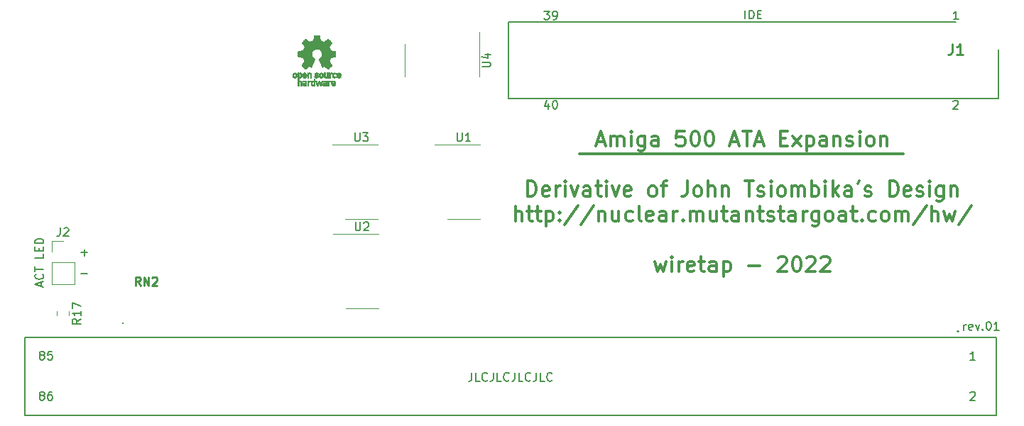
<source format=gbr>
%TF.GenerationSoftware,KiCad,Pcbnew,(5.1.6)-1*%
%TF.CreationDate,2022-03-09T09:08:40-05:00*%
%TF.ProjectId,a500hdd-remake,61353030-6864-4642-9d72-656d616b652e,rev?*%
%TF.SameCoordinates,Original*%
%TF.FileFunction,Legend,Top*%
%TF.FilePolarity,Positive*%
%FSLAX46Y46*%
G04 Gerber Fmt 4.6, Leading zero omitted, Abs format (unit mm)*
G04 Created by KiCad (PCBNEW (5.1.6)-1) date 2022-03-09 09:08:40*
%MOMM*%
%LPD*%
G01*
G04 APERTURE LIST*
%ADD10C,0.150000*%
%ADD11C,0.300000*%
%ADD12C,0.010000*%
%ADD13C,0.127000*%
%ADD14C,0.200000*%
%ADD15C,0.120000*%
%ADD16C,0.100000*%
%ADD17C,0.254000*%
%ADD18C,0.250000*%
G04 APERTURE END LIST*
D10*
X201636571Y-95448380D02*
X201636571Y-94781714D01*
X201636571Y-94972190D02*
X201684190Y-94876952D01*
X201731809Y-94829333D01*
X201827047Y-94781714D01*
X201922285Y-94781714D01*
X202636571Y-95400761D02*
X202541333Y-95448380D01*
X202350857Y-95448380D01*
X202255619Y-95400761D01*
X202208000Y-95305523D01*
X202208000Y-94924571D01*
X202255619Y-94829333D01*
X202350857Y-94781714D01*
X202541333Y-94781714D01*
X202636571Y-94829333D01*
X202684190Y-94924571D01*
X202684190Y-95019809D01*
X202208000Y-95115047D01*
X203017523Y-94781714D02*
X203255619Y-95448380D01*
X203493714Y-94781714D01*
X203874666Y-95353142D02*
X203922285Y-95400761D01*
X203874666Y-95448380D01*
X203827047Y-95400761D01*
X203874666Y-95353142D01*
X203874666Y-95448380D01*
X204541333Y-94448380D02*
X204636571Y-94448380D01*
X204731809Y-94496000D01*
X204779428Y-94543619D01*
X204827047Y-94638857D01*
X204874666Y-94829333D01*
X204874666Y-95067428D01*
X204827047Y-95257904D01*
X204779428Y-95353142D01*
X204731809Y-95400761D01*
X204636571Y-95448380D01*
X204541333Y-95448380D01*
X204446095Y-95400761D01*
X204398476Y-95353142D01*
X204350857Y-95257904D01*
X204303238Y-95067428D01*
X204303238Y-94829333D01*
X204350857Y-94638857D01*
X204398476Y-94543619D01*
X204446095Y-94496000D01*
X204541333Y-94448380D01*
X205827047Y-95448380D02*
X205255619Y-95448380D01*
X205541333Y-95448380D02*
X205541333Y-94448380D01*
X205446095Y-94591238D01*
X205350857Y-94686476D01*
X205255619Y-94734095D01*
X142954952Y-100544380D02*
X142954952Y-101258666D01*
X142907333Y-101401523D01*
X142812095Y-101496761D01*
X142669238Y-101544380D01*
X142574000Y-101544380D01*
X143907333Y-101544380D02*
X143431142Y-101544380D01*
X143431142Y-100544380D01*
X144812095Y-101449142D02*
X144764476Y-101496761D01*
X144621619Y-101544380D01*
X144526380Y-101544380D01*
X144383523Y-101496761D01*
X144288285Y-101401523D01*
X144240666Y-101306285D01*
X144193047Y-101115809D01*
X144193047Y-100972952D01*
X144240666Y-100782476D01*
X144288285Y-100687238D01*
X144383523Y-100592000D01*
X144526380Y-100544380D01*
X144621619Y-100544380D01*
X144764476Y-100592000D01*
X144812095Y-100639619D01*
X145526380Y-100544380D02*
X145526380Y-101258666D01*
X145478761Y-101401523D01*
X145383523Y-101496761D01*
X145240666Y-101544380D01*
X145145428Y-101544380D01*
X146478761Y-101544380D02*
X146002571Y-101544380D01*
X146002571Y-100544380D01*
X147383523Y-101449142D02*
X147335904Y-101496761D01*
X147193047Y-101544380D01*
X147097809Y-101544380D01*
X146954952Y-101496761D01*
X146859714Y-101401523D01*
X146812095Y-101306285D01*
X146764476Y-101115809D01*
X146764476Y-100972952D01*
X146812095Y-100782476D01*
X146859714Y-100687238D01*
X146954952Y-100592000D01*
X147097809Y-100544380D01*
X147193047Y-100544380D01*
X147335904Y-100592000D01*
X147383523Y-100639619D01*
X148097809Y-100544380D02*
X148097809Y-101258666D01*
X148050190Y-101401523D01*
X147954952Y-101496761D01*
X147812095Y-101544380D01*
X147716857Y-101544380D01*
X149050190Y-101544380D02*
X148574000Y-101544380D01*
X148574000Y-100544380D01*
X149954952Y-101449142D02*
X149907333Y-101496761D01*
X149764476Y-101544380D01*
X149669238Y-101544380D01*
X149526380Y-101496761D01*
X149431142Y-101401523D01*
X149383523Y-101306285D01*
X149335904Y-101115809D01*
X149335904Y-100972952D01*
X149383523Y-100782476D01*
X149431142Y-100687238D01*
X149526380Y-100592000D01*
X149669238Y-100544380D01*
X149764476Y-100544380D01*
X149907333Y-100592000D01*
X149954952Y-100639619D01*
X150669238Y-100544380D02*
X150669238Y-101258666D01*
X150621619Y-101401523D01*
X150526380Y-101496761D01*
X150383523Y-101544380D01*
X150288285Y-101544380D01*
X151621619Y-101544380D02*
X151145428Y-101544380D01*
X151145428Y-100544380D01*
X152526380Y-101449142D02*
X152478761Y-101496761D01*
X152335904Y-101544380D01*
X152240666Y-101544380D01*
X152097809Y-101496761D01*
X152002571Y-101401523D01*
X151954952Y-101306285D01*
X151907333Y-101115809D01*
X151907333Y-100972952D01*
X151954952Y-100782476D01*
X152002571Y-100687238D01*
X152097809Y-100592000D01*
X152240666Y-100544380D01*
X152335904Y-100544380D01*
X152478761Y-100592000D01*
X152526380Y-100639619D01*
D11*
X155829000Y-74422000D02*
X194386200Y-74422000D01*
X157920314Y-72937000D02*
X158777457Y-72937000D01*
X157748885Y-73451285D02*
X158348885Y-71651285D01*
X158948885Y-73451285D01*
X159548885Y-73451285D02*
X159548885Y-72251285D01*
X159548885Y-72422714D02*
X159634600Y-72337000D01*
X159806028Y-72251285D01*
X160063171Y-72251285D01*
X160234600Y-72337000D01*
X160320314Y-72508428D01*
X160320314Y-73451285D01*
X160320314Y-72508428D02*
X160406028Y-72337000D01*
X160577457Y-72251285D01*
X160834600Y-72251285D01*
X161006028Y-72337000D01*
X161091742Y-72508428D01*
X161091742Y-73451285D01*
X161948885Y-73451285D02*
X161948885Y-72251285D01*
X161948885Y-71651285D02*
X161863171Y-71737000D01*
X161948885Y-71822714D01*
X162034600Y-71737000D01*
X161948885Y-71651285D01*
X161948885Y-71822714D01*
X163577457Y-72251285D02*
X163577457Y-73708428D01*
X163491742Y-73879857D01*
X163406028Y-73965571D01*
X163234600Y-74051285D01*
X162977457Y-74051285D01*
X162806028Y-73965571D01*
X163577457Y-73365571D02*
X163406028Y-73451285D01*
X163063171Y-73451285D01*
X162891742Y-73365571D01*
X162806028Y-73279857D01*
X162720314Y-73108428D01*
X162720314Y-72594142D01*
X162806028Y-72422714D01*
X162891742Y-72337000D01*
X163063171Y-72251285D01*
X163406028Y-72251285D01*
X163577457Y-72337000D01*
X165206028Y-73451285D02*
X165206028Y-72508428D01*
X165120314Y-72337000D01*
X164948885Y-72251285D01*
X164606028Y-72251285D01*
X164434600Y-72337000D01*
X165206028Y-73365571D02*
X165034600Y-73451285D01*
X164606028Y-73451285D01*
X164434600Y-73365571D01*
X164348885Y-73194142D01*
X164348885Y-73022714D01*
X164434600Y-72851285D01*
X164606028Y-72765571D01*
X165034600Y-72765571D01*
X165206028Y-72679857D01*
X168291742Y-71651285D02*
X167434600Y-71651285D01*
X167348885Y-72508428D01*
X167434600Y-72422714D01*
X167606028Y-72337000D01*
X168034600Y-72337000D01*
X168206028Y-72422714D01*
X168291742Y-72508428D01*
X168377457Y-72679857D01*
X168377457Y-73108428D01*
X168291742Y-73279857D01*
X168206028Y-73365571D01*
X168034600Y-73451285D01*
X167606028Y-73451285D01*
X167434600Y-73365571D01*
X167348885Y-73279857D01*
X169491742Y-71651285D02*
X169663171Y-71651285D01*
X169834600Y-71737000D01*
X169920314Y-71822714D01*
X170006028Y-71994142D01*
X170091742Y-72337000D01*
X170091742Y-72765571D01*
X170006028Y-73108428D01*
X169920314Y-73279857D01*
X169834600Y-73365571D01*
X169663171Y-73451285D01*
X169491742Y-73451285D01*
X169320314Y-73365571D01*
X169234600Y-73279857D01*
X169148885Y-73108428D01*
X169063171Y-72765571D01*
X169063171Y-72337000D01*
X169148885Y-71994142D01*
X169234600Y-71822714D01*
X169320314Y-71737000D01*
X169491742Y-71651285D01*
X171206028Y-71651285D02*
X171377457Y-71651285D01*
X171548885Y-71737000D01*
X171634600Y-71822714D01*
X171720314Y-71994142D01*
X171806028Y-72337000D01*
X171806028Y-72765571D01*
X171720314Y-73108428D01*
X171634600Y-73279857D01*
X171548885Y-73365571D01*
X171377457Y-73451285D01*
X171206028Y-73451285D01*
X171034600Y-73365571D01*
X170948885Y-73279857D01*
X170863171Y-73108428D01*
X170777457Y-72765571D01*
X170777457Y-72337000D01*
X170863171Y-71994142D01*
X170948885Y-71822714D01*
X171034600Y-71737000D01*
X171206028Y-71651285D01*
X173863171Y-72937000D02*
X174720314Y-72937000D01*
X173691742Y-73451285D02*
X174291742Y-71651285D01*
X174891742Y-73451285D01*
X175234600Y-71651285D02*
X176263171Y-71651285D01*
X175748885Y-73451285D02*
X175748885Y-71651285D01*
X176777457Y-72937000D02*
X177634600Y-72937000D01*
X176606028Y-73451285D02*
X177206028Y-71651285D01*
X177806028Y-73451285D01*
X179777457Y-72508428D02*
X180377457Y-72508428D01*
X180634600Y-73451285D02*
X179777457Y-73451285D01*
X179777457Y-71651285D01*
X180634600Y-71651285D01*
X181234600Y-73451285D02*
X182177457Y-72251285D01*
X181234600Y-72251285D02*
X182177457Y-73451285D01*
X182863171Y-72251285D02*
X182863171Y-74051285D01*
X182863171Y-72337000D02*
X183034600Y-72251285D01*
X183377457Y-72251285D01*
X183548885Y-72337000D01*
X183634600Y-72422714D01*
X183720314Y-72594142D01*
X183720314Y-73108428D01*
X183634600Y-73279857D01*
X183548885Y-73365571D01*
X183377457Y-73451285D01*
X183034600Y-73451285D01*
X182863171Y-73365571D01*
X185263171Y-73451285D02*
X185263171Y-72508428D01*
X185177457Y-72337000D01*
X185006028Y-72251285D01*
X184663171Y-72251285D01*
X184491742Y-72337000D01*
X185263171Y-73365571D02*
X185091742Y-73451285D01*
X184663171Y-73451285D01*
X184491742Y-73365571D01*
X184406028Y-73194142D01*
X184406028Y-73022714D01*
X184491742Y-72851285D01*
X184663171Y-72765571D01*
X185091742Y-72765571D01*
X185263171Y-72679857D01*
X186120314Y-72251285D02*
X186120314Y-73451285D01*
X186120314Y-72422714D02*
X186206028Y-72337000D01*
X186377457Y-72251285D01*
X186634600Y-72251285D01*
X186806028Y-72337000D01*
X186891742Y-72508428D01*
X186891742Y-73451285D01*
X187663171Y-73365571D02*
X187834600Y-73451285D01*
X188177457Y-73451285D01*
X188348885Y-73365571D01*
X188434600Y-73194142D01*
X188434600Y-73108428D01*
X188348885Y-72937000D01*
X188177457Y-72851285D01*
X187920314Y-72851285D01*
X187748885Y-72765571D01*
X187663171Y-72594142D01*
X187663171Y-72508428D01*
X187748885Y-72337000D01*
X187920314Y-72251285D01*
X188177457Y-72251285D01*
X188348885Y-72337000D01*
X189206028Y-73451285D02*
X189206028Y-72251285D01*
X189206028Y-71651285D02*
X189120314Y-71737000D01*
X189206028Y-71822714D01*
X189291742Y-71737000D01*
X189206028Y-71651285D01*
X189206028Y-71822714D01*
X190320314Y-73451285D02*
X190148885Y-73365571D01*
X190063171Y-73279857D01*
X189977457Y-73108428D01*
X189977457Y-72594142D01*
X190063171Y-72422714D01*
X190148885Y-72337000D01*
X190320314Y-72251285D01*
X190577457Y-72251285D01*
X190748885Y-72337000D01*
X190834600Y-72422714D01*
X190920314Y-72594142D01*
X190920314Y-73108428D01*
X190834600Y-73279857D01*
X190748885Y-73365571D01*
X190577457Y-73451285D01*
X190320314Y-73451285D01*
X191691742Y-72251285D02*
X191691742Y-73451285D01*
X191691742Y-72422714D02*
X191777457Y-72337000D01*
X191948885Y-72251285D01*
X192206028Y-72251285D01*
X192377457Y-72337000D01*
X192463171Y-72508428D01*
X192463171Y-73451285D01*
X149648885Y-79451285D02*
X149648885Y-77651285D01*
X150077457Y-77651285D01*
X150334599Y-77737000D01*
X150506028Y-77908428D01*
X150591742Y-78079857D01*
X150677457Y-78422714D01*
X150677457Y-78679857D01*
X150591742Y-79022714D01*
X150506028Y-79194142D01*
X150334599Y-79365571D01*
X150077457Y-79451285D01*
X149648885Y-79451285D01*
X152134599Y-79365571D02*
X151963171Y-79451285D01*
X151620314Y-79451285D01*
X151448885Y-79365571D01*
X151363171Y-79194142D01*
X151363171Y-78508428D01*
X151448885Y-78337000D01*
X151620314Y-78251285D01*
X151963171Y-78251285D01*
X152134599Y-78337000D01*
X152220314Y-78508428D01*
X152220314Y-78679857D01*
X151363171Y-78851285D01*
X152991742Y-79451285D02*
X152991742Y-78251285D01*
X152991742Y-78594142D02*
X153077457Y-78422714D01*
X153163171Y-78337000D01*
X153334599Y-78251285D01*
X153506028Y-78251285D01*
X154106028Y-79451285D02*
X154106028Y-78251285D01*
X154106028Y-77651285D02*
X154020314Y-77737000D01*
X154106028Y-77822714D01*
X154191742Y-77737000D01*
X154106028Y-77651285D01*
X154106028Y-77822714D01*
X154791742Y-78251285D02*
X155220314Y-79451285D01*
X155648885Y-78251285D01*
X157106028Y-79451285D02*
X157106028Y-78508428D01*
X157020314Y-78337000D01*
X156848885Y-78251285D01*
X156506028Y-78251285D01*
X156334599Y-78337000D01*
X157106028Y-79365571D02*
X156934599Y-79451285D01*
X156506028Y-79451285D01*
X156334599Y-79365571D01*
X156248885Y-79194142D01*
X156248885Y-79022714D01*
X156334599Y-78851285D01*
X156506028Y-78765571D01*
X156934599Y-78765571D01*
X157106028Y-78679857D01*
X157706028Y-78251285D02*
X158391742Y-78251285D01*
X157963171Y-77651285D02*
X157963171Y-79194142D01*
X158048885Y-79365571D01*
X158220314Y-79451285D01*
X158391742Y-79451285D01*
X158991742Y-79451285D02*
X158991742Y-78251285D01*
X158991742Y-77651285D02*
X158906028Y-77737000D01*
X158991742Y-77822714D01*
X159077457Y-77737000D01*
X158991742Y-77651285D01*
X158991742Y-77822714D01*
X159677457Y-78251285D02*
X160106028Y-79451285D01*
X160534599Y-78251285D01*
X161906028Y-79365571D02*
X161734599Y-79451285D01*
X161391742Y-79451285D01*
X161220314Y-79365571D01*
X161134599Y-79194142D01*
X161134599Y-78508428D01*
X161220314Y-78337000D01*
X161391742Y-78251285D01*
X161734599Y-78251285D01*
X161906028Y-78337000D01*
X161991742Y-78508428D01*
X161991742Y-78679857D01*
X161134599Y-78851285D01*
X164391742Y-79451285D02*
X164220314Y-79365571D01*
X164134599Y-79279857D01*
X164048885Y-79108428D01*
X164048885Y-78594142D01*
X164134599Y-78422714D01*
X164220314Y-78337000D01*
X164391742Y-78251285D01*
X164648885Y-78251285D01*
X164820314Y-78337000D01*
X164906028Y-78422714D01*
X164991742Y-78594142D01*
X164991742Y-79108428D01*
X164906028Y-79279857D01*
X164820314Y-79365571D01*
X164648885Y-79451285D01*
X164391742Y-79451285D01*
X165506028Y-78251285D02*
X166191742Y-78251285D01*
X165763171Y-79451285D02*
X165763171Y-77908428D01*
X165848885Y-77737000D01*
X166020314Y-77651285D01*
X166191742Y-77651285D01*
X168677457Y-77651285D02*
X168677457Y-78937000D01*
X168591742Y-79194142D01*
X168420314Y-79365571D01*
X168163171Y-79451285D01*
X167991742Y-79451285D01*
X169791742Y-79451285D02*
X169620314Y-79365571D01*
X169534599Y-79279857D01*
X169448885Y-79108428D01*
X169448885Y-78594142D01*
X169534599Y-78422714D01*
X169620314Y-78337000D01*
X169791742Y-78251285D01*
X170048885Y-78251285D01*
X170220314Y-78337000D01*
X170306028Y-78422714D01*
X170391742Y-78594142D01*
X170391742Y-79108428D01*
X170306028Y-79279857D01*
X170220314Y-79365571D01*
X170048885Y-79451285D01*
X169791742Y-79451285D01*
X171163171Y-79451285D02*
X171163171Y-77651285D01*
X171934599Y-79451285D02*
X171934599Y-78508428D01*
X171848885Y-78337000D01*
X171677457Y-78251285D01*
X171420314Y-78251285D01*
X171248885Y-78337000D01*
X171163171Y-78422714D01*
X172791742Y-78251285D02*
X172791742Y-79451285D01*
X172791742Y-78422714D02*
X172877457Y-78337000D01*
X173048885Y-78251285D01*
X173306028Y-78251285D01*
X173477457Y-78337000D01*
X173563171Y-78508428D01*
X173563171Y-79451285D01*
X175534599Y-77651285D02*
X176563171Y-77651285D01*
X176048885Y-79451285D02*
X176048885Y-77651285D01*
X177077457Y-79365571D02*
X177248885Y-79451285D01*
X177591742Y-79451285D01*
X177763171Y-79365571D01*
X177848885Y-79194142D01*
X177848885Y-79108428D01*
X177763171Y-78937000D01*
X177591742Y-78851285D01*
X177334599Y-78851285D01*
X177163171Y-78765571D01*
X177077457Y-78594142D01*
X177077457Y-78508428D01*
X177163171Y-78337000D01*
X177334599Y-78251285D01*
X177591742Y-78251285D01*
X177763171Y-78337000D01*
X178620314Y-79451285D02*
X178620314Y-78251285D01*
X178620314Y-77651285D02*
X178534599Y-77737000D01*
X178620314Y-77822714D01*
X178706028Y-77737000D01*
X178620314Y-77651285D01*
X178620314Y-77822714D01*
X179734600Y-79451285D02*
X179563171Y-79365571D01*
X179477457Y-79279857D01*
X179391742Y-79108428D01*
X179391742Y-78594142D01*
X179477457Y-78422714D01*
X179563171Y-78337000D01*
X179734600Y-78251285D01*
X179991742Y-78251285D01*
X180163171Y-78337000D01*
X180248885Y-78422714D01*
X180334600Y-78594142D01*
X180334600Y-79108428D01*
X180248885Y-79279857D01*
X180163171Y-79365571D01*
X179991742Y-79451285D01*
X179734600Y-79451285D01*
X181106028Y-79451285D02*
X181106028Y-78251285D01*
X181106028Y-78422714D02*
X181191742Y-78337000D01*
X181363171Y-78251285D01*
X181620314Y-78251285D01*
X181791742Y-78337000D01*
X181877457Y-78508428D01*
X181877457Y-79451285D01*
X181877457Y-78508428D02*
X181963171Y-78337000D01*
X182134600Y-78251285D01*
X182391742Y-78251285D01*
X182563171Y-78337000D01*
X182648885Y-78508428D01*
X182648885Y-79451285D01*
X183506028Y-79451285D02*
X183506028Y-77651285D01*
X183506028Y-78337000D02*
X183677457Y-78251285D01*
X184020314Y-78251285D01*
X184191742Y-78337000D01*
X184277457Y-78422714D01*
X184363171Y-78594142D01*
X184363171Y-79108428D01*
X184277457Y-79279857D01*
X184191742Y-79365571D01*
X184020314Y-79451285D01*
X183677457Y-79451285D01*
X183506028Y-79365571D01*
X185134599Y-79451285D02*
X185134599Y-78251285D01*
X185134599Y-77651285D02*
X185048885Y-77737000D01*
X185134599Y-77822714D01*
X185220314Y-77737000D01*
X185134599Y-77651285D01*
X185134599Y-77822714D01*
X185991742Y-79451285D02*
X185991742Y-77651285D01*
X186163171Y-78765571D02*
X186677457Y-79451285D01*
X186677457Y-78251285D02*
X185991742Y-78937000D01*
X188220314Y-79451285D02*
X188220314Y-78508428D01*
X188134600Y-78337000D01*
X187963171Y-78251285D01*
X187620314Y-78251285D01*
X187448885Y-78337000D01*
X188220314Y-79365571D02*
X188048885Y-79451285D01*
X187620314Y-79451285D01*
X187448885Y-79365571D01*
X187363171Y-79194142D01*
X187363171Y-79022714D01*
X187448885Y-78851285D01*
X187620314Y-78765571D01*
X188048885Y-78765571D01*
X188220314Y-78679857D01*
X189163171Y-77651285D02*
X188991742Y-77994142D01*
X189848885Y-79365571D02*
X190020314Y-79451285D01*
X190363171Y-79451285D01*
X190534599Y-79365571D01*
X190620314Y-79194142D01*
X190620314Y-79108428D01*
X190534599Y-78937000D01*
X190363171Y-78851285D01*
X190106028Y-78851285D01*
X189934599Y-78765571D01*
X189848885Y-78594142D01*
X189848885Y-78508428D01*
X189934599Y-78337000D01*
X190106028Y-78251285D01*
X190363171Y-78251285D01*
X190534599Y-78337000D01*
X192763171Y-79451285D02*
X192763171Y-77651285D01*
X193191742Y-77651285D01*
X193448885Y-77737000D01*
X193620314Y-77908428D01*
X193706028Y-78079857D01*
X193791742Y-78422714D01*
X193791742Y-78679857D01*
X193706028Y-79022714D01*
X193620314Y-79194142D01*
X193448885Y-79365571D01*
X193191742Y-79451285D01*
X192763171Y-79451285D01*
X195248885Y-79365571D02*
X195077457Y-79451285D01*
X194734600Y-79451285D01*
X194563171Y-79365571D01*
X194477457Y-79194142D01*
X194477457Y-78508428D01*
X194563171Y-78337000D01*
X194734600Y-78251285D01*
X195077457Y-78251285D01*
X195248885Y-78337000D01*
X195334600Y-78508428D01*
X195334600Y-78679857D01*
X194477457Y-78851285D01*
X196020314Y-79365571D02*
X196191742Y-79451285D01*
X196534600Y-79451285D01*
X196706028Y-79365571D01*
X196791742Y-79194142D01*
X196791742Y-79108428D01*
X196706028Y-78937000D01*
X196534600Y-78851285D01*
X196277457Y-78851285D01*
X196106028Y-78765571D01*
X196020314Y-78594142D01*
X196020314Y-78508428D01*
X196106028Y-78337000D01*
X196277457Y-78251285D01*
X196534600Y-78251285D01*
X196706028Y-78337000D01*
X197563171Y-79451285D02*
X197563171Y-78251285D01*
X197563171Y-77651285D02*
X197477457Y-77737000D01*
X197563171Y-77822714D01*
X197648885Y-77737000D01*
X197563171Y-77651285D01*
X197563171Y-77822714D01*
X199191742Y-78251285D02*
X199191742Y-79708428D01*
X199106028Y-79879857D01*
X199020314Y-79965571D01*
X198848885Y-80051285D01*
X198591742Y-80051285D01*
X198420314Y-79965571D01*
X199191742Y-79365571D02*
X199020314Y-79451285D01*
X198677457Y-79451285D01*
X198506028Y-79365571D01*
X198420314Y-79279857D01*
X198334600Y-79108428D01*
X198334600Y-78594142D01*
X198420314Y-78422714D01*
X198506028Y-78337000D01*
X198677457Y-78251285D01*
X199020314Y-78251285D01*
X199191742Y-78337000D01*
X200048885Y-78251285D02*
X200048885Y-79451285D01*
X200048885Y-78422714D02*
X200134600Y-78337000D01*
X200306028Y-78251285D01*
X200563171Y-78251285D01*
X200734600Y-78337000D01*
X200820314Y-78508428D01*
X200820314Y-79451285D01*
X148148885Y-82451285D02*
X148148885Y-80651285D01*
X148920314Y-82451285D02*
X148920314Y-81508428D01*
X148834599Y-81337000D01*
X148663171Y-81251285D01*
X148406028Y-81251285D01*
X148234599Y-81337000D01*
X148148885Y-81422714D01*
X149520314Y-81251285D02*
X150206028Y-81251285D01*
X149777457Y-80651285D02*
X149777457Y-82194142D01*
X149863171Y-82365571D01*
X150034599Y-82451285D01*
X150206028Y-82451285D01*
X150548885Y-81251285D02*
X151234599Y-81251285D01*
X150806028Y-80651285D02*
X150806028Y-82194142D01*
X150891742Y-82365571D01*
X151063171Y-82451285D01*
X151234599Y-82451285D01*
X151834599Y-81251285D02*
X151834599Y-83051285D01*
X151834599Y-81337000D02*
X152006028Y-81251285D01*
X152348885Y-81251285D01*
X152520314Y-81337000D01*
X152606028Y-81422714D01*
X152691742Y-81594142D01*
X152691742Y-82108428D01*
X152606028Y-82279857D01*
X152520314Y-82365571D01*
X152348885Y-82451285D01*
X152006028Y-82451285D01*
X151834599Y-82365571D01*
X153463171Y-82279857D02*
X153548885Y-82365571D01*
X153463171Y-82451285D01*
X153377457Y-82365571D01*
X153463171Y-82279857D01*
X153463171Y-82451285D01*
X153463171Y-81337000D02*
X153548885Y-81422714D01*
X153463171Y-81508428D01*
X153377457Y-81422714D01*
X153463171Y-81337000D01*
X153463171Y-81508428D01*
X155606028Y-80565571D02*
X154063171Y-82879857D01*
X157491742Y-80565571D02*
X155948885Y-82879857D01*
X158091742Y-81251285D02*
X158091742Y-82451285D01*
X158091742Y-81422714D02*
X158177457Y-81337000D01*
X158348885Y-81251285D01*
X158606028Y-81251285D01*
X158777457Y-81337000D01*
X158863171Y-81508428D01*
X158863171Y-82451285D01*
X160491742Y-81251285D02*
X160491742Y-82451285D01*
X159720314Y-81251285D02*
X159720314Y-82194142D01*
X159806028Y-82365571D01*
X159977457Y-82451285D01*
X160234599Y-82451285D01*
X160406028Y-82365571D01*
X160491742Y-82279857D01*
X162120314Y-82365571D02*
X161948885Y-82451285D01*
X161606028Y-82451285D01*
X161434599Y-82365571D01*
X161348885Y-82279857D01*
X161263171Y-82108428D01*
X161263171Y-81594142D01*
X161348885Y-81422714D01*
X161434599Y-81337000D01*
X161606028Y-81251285D01*
X161948885Y-81251285D01*
X162120314Y-81337000D01*
X163148885Y-82451285D02*
X162977457Y-82365571D01*
X162891742Y-82194142D01*
X162891742Y-80651285D01*
X164520314Y-82365571D02*
X164348885Y-82451285D01*
X164006028Y-82451285D01*
X163834599Y-82365571D01*
X163748885Y-82194142D01*
X163748885Y-81508428D01*
X163834599Y-81337000D01*
X164006028Y-81251285D01*
X164348885Y-81251285D01*
X164520314Y-81337000D01*
X164606028Y-81508428D01*
X164606028Y-81679857D01*
X163748885Y-81851285D01*
X166148885Y-82451285D02*
X166148885Y-81508428D01*
X166063171Y-81337000D01*
X165891742Y-81251285D01*
X165548885Y-81251285D01*
X165377457Y-81337000D01*
X166148885Y-82365571D02*
X165977457Y-82451285D01*
X165548885Y-82451285D01*
X165377457Y-82365571D01*
X165291742Y-82194142D01*
X165291742Y-82022714D01*
X165377457Y-81851285D01*
X165548885Y-81765571D01*
X165977457Y-81765571D01*
X166148885Y-81679857D01*
X167006028Y-82451285D02*
X167006028Y-81251285D01*
X167006028Y-81594142D02*
X167091742Y-81422714D01*
X167177457Y-81337000D01*
X167348885Y-81251285D01*
X167520314Y-81251285D01*
X168120314Y-82279857D02*
X168206028Y-82365571D01*
X168120314Y-82451285D01*
X168034599Y-82365571D01*
X168120314Y-82279857D01*
X168120314Y-82451285D01*
X168977457Y-82451285D02*
X168977457Y-81251285D01*
X168977457Y-81422714D02*
X169063171Y-81337000D01*
X169234599Y-81251285D01*
X169491742Y-81251285D01*
X169663171Y-81337000D01*
X169748885Y-81508428D01*
X169748885Y-82451285D01*
X169748885Y-81508428D02*
X169834599Y-81337000D01*
X170006028Y-81251285D01*
X170263171Y-81251285D01*
X170434599Y-81337000D01*
X170520314Y-81508428D01*
X170520314Y-82451285D01*
X172148885Y-81251285D02*
X172148885Y-82451285D01*
X171377457Y-81251285D02*
X171377457Y-82194142D01*
X171463171Y-82365571D01*
X171634599Y-82451285D01*
X171891742Y-82451285D01*
X172063171Y-82365571D01*
X172148885Y-82279857D01*
X172748885Y-81251285D02*
X173434599Y-81251285D01*
X173006028Y-80651285D02*
X173006028Y-82194142D01*
X173091742Y-82365571D01*
X173263171Y-82451285D01*
X173434599Y-82451285D01*
X174806028Y-82451285D02*
X174806028Y-81508428D01*
X174720314Y-81337000D01*
X174548885Y-81251285D01*
X174206028Y-81251285D01*
X174034599Y-81337000D01*
X174806028Y-82365571D02*
X174634599Y-82451285D01*
X174206028Y-82451285D01*
X174034599Y-82365571D01*
X173948885Y-82194142D01*
X173948885Y-82022714D01*
X174034599Y-81851285D01*
X174206028Y-81765571D01*
X174634599Y-81765571D01*
X174806028Y-81679857D01*
X175663171Y-81251285D02*
X175663171Y-82451285D01*
X175663171Y-81422714D02*
X175748885Y-81337000D01*
X175920314Y-81251285D01*
X176177457Y-81251285D01*
X176348885Y-81337000D01*
X176434599Y-81508428D01*
X176434599Y-82451285D01*
X177034599Y-81251285D02*
X177720314Y-81251285D01*
X177291742Y-80651285D02*
X177291742Y-82194142D01*
X177377457Y-82365571D01*
X177548885Y-82451285D01*
X177720314Y-82451285D01*
X178234599Y-82365571D02*
X178406028Y-82451285D01*
X178748885Y-82451285D01*
X178920314Y-82365571D01*
X179006028Y-82194142D01*
X179006028Y-82108428D01*
X178920314Y-81937000D01*
X178748885Y-81851285D01*
X178491742Y-81851285D01*
X178320314Y-81765571D01*
X178234599Y-81594142D01*
X178234599Y-81508428D01*
X178320314Y-81337000D01*
X178491742Y-81251285D01*
X178748885Y-81251285D01*
X178920314Y-81337000D01*
X179520314Y-81251285D02*
X180206028Y-81251285D01*
X179777457Y-80651285D02*
X179777457Y-82194142D01*
X179863171Y-82365571D01*
X180034600Y-82451285D01*
X180206028Y-82451285D01*
X181577457Y-82451285D02*
X181577457Y-81508428D01*
X181491742Y-81337000D01*
X181320314Y-81251285D01*
X180977457Y-81251285D01*
X180806028Y-81337000D01*
X181577457Y-82365571D02*
X181406028Y-82451285D01*
X180977457Y-82451285D01*
X180806028Y-82365571D01*
X180720314Y-82194142D01*
X180720314Y-82022714D01*
X180806028Y-81851285D01*
X180977457Y-81765571D01*
X181406028Y-81765571D01*
X181577457Y-81679857D01*
X182434599Y-82451285D02*
X182434599Y-81251285D01*
X182434599Y-81594142D02*
X182520314Y-81422714D01*
X182606028Y-81337000D01*
X182777457Y-81251285D01*
X182948885Y-81251285D01*
X184320314Y-81251285D02*
X184320314Y-82708428D01*
X184234600Y-82879857D01*
X184148885Y-82965571D01*
X183977457Y-83051285D01*
X183720314Y-83051285D01*
X183548885Y-82965571D01*
X184320314Y-82365571D02*
X184148885Y-82451285D01*
X183806028Y-82451285D01*
X183634600Y-82365571D01*
X183548885Y-82279857D01*
X183463171Y-82108428D01*
X183463171Y-81594142D01*
X183548885Y-81422714D01*
X183634600Y-81337000D01*
X183806028Y-81251285D01*
X184148885Y-81251285D01*
X184320314Y-81337000D01*
X185434599Y-82451285D02*
X185263171Y-82365571D01*
X185177457Y-82279857D01*
X185091742Y-82108428D01*
X185091742Y-81594142D01*
X185177457Y-81422714D01*
X185263171Y-81337000D01*
X185434599Y-81251285D01*
X185691742Y-81251285D01*
X185863171Y-81337000D01*
X185948885Y-81422714D01*
X186034599Y-81594142D01*
X186034599Y-82108428D01*
X185948885Y-82279857D01*
X185863171Y-82365571D01*
X185691742Y-82451285D01*
X185434599Y-82451285D01*
X187577457Y-82451285D02*
X187577457Y-81508428D01*
X187491742Y-81337000D01*
X187320314Y-81251285D01*
X186977457Y-81251285D01*
X186806028Y-81337000D01*
X187577457Y-82365571D02*
X187406028Y-82451285D01*
X186977457Y-82451285D01*
X186806028Y-82365571D01*
X186720314Y-82194142D01*
X186720314Y-82022714D01*
X186806028Y-81851285D01*
X186977457Y-81765571D01*
X187406028Y-81765571D01*
X187577457Y-81679857D01*
X188177457Y-81251285D02*
X188863171Y-81251285D01*
X188434599Y-80651285D02*
X188434599Y-82194142D01*
X188520314Y-82365571D01*
X188691742Y-82451285D01*
X188863171Y-82451285D01*
X189463171Y-82279857D02*
X189548885Y-82365571D01*
X189463171Y-82451285D01*
X189377457Y-82365571D01*
X189463171Y-82279857D01*
X189463171Y-82451285D01*
X191091742Y-82365571D02*
X190920314Y-82451285D01*
X190577457Y-82451285D01*
X190406028Y-82365571D01*
X190320314Y-82279857D01*
X190234599Y-82108428D01*
X190234599Y-81594142D01*
X190320314Y-81422714D01*
X190406028Y-81337000D01*
X190577457Y-81251285D01*
X190920314Y-81251285D01*
X191091742Y-81337000D01*
X192120314Y-82451285D02*
X191948885Y-82365571D01*
X191863171Y-82279857D01*
X191777457Y-82108428D01*
X191777457Y-81594142D01*
X191863171Y-81422714D01*
X191948885Y-81337000D01*
X192120314Y-81251285D01*
X192377457Y-81251285D01*
X192548885Y-81337000D01*
X192634599Y-81422714D01*
X192720314Y-81594142D01*
X192720314Y-82108428D01*
X192634599Y-82279857D01*
X192548885Y-82365571D01*
X192377457Y-82451285D01*
X192120314Y-82451285D01*
X193491742Y-82451285D02*
X193491742Y-81251285D01*
X193491742Y-81422714D02*
X193577457Y-81337000D01*
X193748885Y-81251285D01*
X194006028Y-81251285D01*
X194177457Y-81337000D01*
X194263171Y-81508428D01*
X194263171Y-82451285D01*
X194263171Y-81508428D02*
X194348885Y-81337000D01*
X194520314Y-81251285D01*
X194777457Y-81251285D01*
X194948885Y-81337000D01*
X195034599Y-81508428D01*
X195034599Y-82451285D01*
X197177457Y-80565571D02*
X195634599Y-82879857D01*
X197777457Y-82451285D02*
X197777457Y-80651285D01*
X198548885Y-82451285D02*
X198548885Y-81508428D01*
X198463171Y-81337000D01*
X198291742Y-81251285D01*
X198034599Y-81251285D01*
X197863171Y-81337000D01*
X197777457Y-81422714D01*
X199234599Y-81251285D02*
X199577457Y-82451285D01*
X199920314Y-81594142D01*
X200263171Y-82451285D01*
X200606028Y-81251285D01*
X202577457Y-80565571D02*
X201034599Y-82879857D01*
X164734600Y-87251285D02*
X165077457Y-88451285D01*
X165420314Y-87594142D01*
X165763171Y-88451285D01*
X166106028Y-87251285D01*
X166791742Y-88451285D02*
X166791742Y-87251285D01*
X166791742Y-86651285D02*
X166706028Y-86737000D01*
X166791742Y-86822714D01*
X166877457Y-86737000D01*
X166791742Y-86651285D01*
X166791742Y-86822714D01*
X167648885Y-88451285D02*
X167648885Y-87251285D01*
X167648885Y-87594142D02*
X167734600Y-87422714D01*
X167820314Y-87337000D01*
X167991742Y-87251285D01*
X168163171Y-87251285D01*
X169448885Y-88365571D02*
X169277457Y-88451285D01*
X168934600Y-88451285D01*
X168763171Y-88365571D01*
X168677457Y-88194142D01*
X168677457Y-87508428D01*
X168763171Y-87337000D01*
X168934600Y-87251285D01*
X169277457Y-87251285D01*
X169448885Y-87337000D01*
X169534600Y-87508428D01*
X169534600Y-87679857D01*
X168677457Y-87851285D01*
X170048885Y-87251285D02*
X170734600Y-87251285D01*
X170306028Y-86651285D02*
X170306028Y-88194142D01*
X170391742Y-88365571D01*
X170563171Y-88451285D01*
X170734600Y-88451285D01*
X172106028Y-88451285D02*
X172106028Y-87508428D01*
X172020314Y-87337000D01*
X171848885Y-87251285D01*
X171506028Y-87251285D01*
X171334600Y-87337000D01*
X172106028Y-88365571D02*
X171934600Y-88451285D01*
X171506028Y-88451285D01*
X171334600Y-88365571D01*
X171248885Y-88194142D01*
X171248885Y-88022714D01*
X171334600Y-87851285D01*
X171506028Y-87765571D01*
X171934600Y-87765571D01*
X172106028Y-87679857D01*
X172963171Y-87251285D02*
X172963171Y-89051285D01*
X172963171Y-87337000D02*
X173134600Y-87251285D01*
X173477457Y-87251285D01*
X173648885Y-87337000D01*
X173734600Y-87422714D01*
X173820314Y-87594142D01*
X173820314Y-88108428D01*
X173734600Y-88279857D01*
X173648885Y-88365571D01*
X173477457Y-88451285D01*
X173134600Y-88451285D01*
X172963171Y-88365571D01*
X175963171Y-87765571D02*
X177334600Y-87765571D01*
X179477457Y-86822714D02*
X179563171Y-86737000D01*
X179734600Y-86651285D01*
X180163171Y-86651285D01*
X180334600Y-86737000D01*
X180420314Y-86822714D01*
X180506028Y-86994142D01*
X180506028Y-87165571D01*
X180420314Y-87422714D01*
X179391742Y-88451285D01*
X180506028Y-88451285D01*
X181620314Y-86651285D02*
X181791742Y-86651285D01*
X181963171Y-86737000D01*
X182048885Y-86822714D01*
X182134600Y-86994142D01*
X182220314Y-87337000D01*
X182220314Y-87765571D01*
X182134600Y-88108428D01*
X182048885Y-88279857D01*
X181963171Y-88365571D01*
X181791742Y-88451285D01*
X181620314Y-88451285D01*
X181448885Y-88365571D01*
X181363171Y-88279857D01*
X181277457Y-88108428D01*
X181191742Y-87765571D01*
X181191742Y-87337000D01*
X181277457Y-86994142D01*
X181363171Y-86822714D01*
X181448885Y-86737000D01*
X181620314Y-86651285D01*
X182906028Y-86822714D02*
X182991742Y-86737000D01*
X183163171Y-86651285D01*
X183591742Y-86651285D01*
X183763171Y-86737000D01*
X183848885Y-86822714D01*
X183934600Y-86994142D01*
X183934600Y-87165571D01*
X183848885Y-87422714D01*
X182820314Y-88451285D01*
X183934600Y-88451285D01*
X184620314Y-86822714D02*
X184706028Y-86737000D01*
X184877457Y-86651285D01*
X185306028Y-86651285D01*
X185477457Y-86737000D01*
X185563171Y-86822714D01*
X185648885Y-86994142D01*
X185648885Y-87165571D01*
X185563171Y-87422714D01*
X184534600Y-88451285D01*
X185648885Y-88451285D01*
D10*
X152114285Y-68365714D02*
X152114285Y-69032380D01*
X151876190Y-67984761D02*
X151638095Y-68699047D01*
X152257142Y-68699047D01*
X152828571Y-68032380D02*
X152923809Y-68032380D01*
X153019047Y-68080000D01*
X153066666Y-68127619D01*
X153114285Y-68222857D01*
X153161904Y-68413333D01*
X153161904Y-68651428D01*
X153114285Y-68841904D01*
X153066666Y-68937142D01*
X153019047Y-68984761D01*
X152923809Y-69032380D01*
X152828571Y-69032380D01*
X152733333Y-68984761D01*
X152685714Y-68937142D01*
X152638095Y-68841904D01*
X152590476Y-68651428D01*
X152590476Y-68413333D01*
X152638095Y-68222857D01*
X152685714Y-68127619D01*
X152733333Y-68080000D01*
X152828571Y-68032380D01*
X151590476Y-57364380D02*
X152209523Y-57364380D01*
X151876190Y-57745333D01*
X152019047Y-57745333D01*
X152114285Y-57792952D01*
X152161904Y-57840571D01*
X152209523Y-57935809D01*
X152209523Y-58173904D01*
X152161904Y-58269142D01*
X152114285Y-58316761D01*
X152019047Y-58364380D01*
X151733333Y-58364380D01*
X151638095Y-58316761D01*
X151590476Y-58269142D01*
X152685714Y-58364380D02*
X152876190Y-58364380D01*
X152971428Y-58316761D01*
X153019047Y-58269142D01*
X153114285Y-58126285D01*
X153161904Y-57935809D01*
X153161904Y-57554857D01*
X153114285Y-57459619D01*
X153066666Y-57412000D01*
X152971428Y-57364380D01*
X152780952Y-57364380D01*
X152685714Y-57412000D01*
X152638095Y-57459619D01*
X152590476Y-57554857D01*
X152590476Y-57792952D01*
X152638095Y-57888190D01*
X152685714Y-57935809D01*
X152780952Y-57983428D01*
X152971428Y-57983428D01*
X153066666Y-57935809D01*
X153114285Y-57888190D01*
X153161904Y-57792952D01*
X200374285Y-68127619D02*
X200421904Y-68080000D01*
X200517142Y-68032380D01*
X200755238Y-68032380D01*
X200850476Y-68080000D01*
X200898095Y-68127619D01*
X200945714Y-68222857D01*
X200945714Y-68318095D01*
X200898095Y-68460952D01*
X200326666Y-69032380D01*
X200945714Y-69032380D01*
X200971114Y-58338980D02*
X200399685Y-58338980D01*
X200685400Y-58338980D02*
X200685400Y-57338980D01*
X200590161Y-57481838D01*
X200494923Y-57577076D01*
X200399685Y-57624695D01*
X175552219Y-58262780D02*
X175552219Y-57262780D01*
X176028409Y-58262780D02*
X176028409Y-57262780D01*
X176266504Y-57262780D01*
X176409361Y-57310400D01*
X176504600Y-57405638D01*
X176552219Y-57500876D01*
X176599838Y-57691352D01*
X176599838Y-57834209D01*
X176552219Y-58024685D01*
X176504600Y-58119923D01*
X176409361Y-58215161D01*
X176266504Y-58262780D01*
X176028409Y-58262780D01*
X177028409Y-57738971D02*
X177361742Y-57738971D01*
X177504600Y-58262780D02*
X177028409Y-58262780D01*
X177028409Y-57262780D01*
X177504600Y-57262780D01*
X202406285Y-102925619D02*
X202453904Y-102878000D01*
X202549142Y-102830380D01*
X202787238Y-102830380D01*
X202882476Y-102878000D01*
X202930095Y-102925619D01*
X202977714Y-103020857D01*
X202977714Y-103116095D01*
X202930095Y-103258952D01*
X202358666Y-103830380D01*
X202977714Y-103830380D01*
X202977714Y-99004380D02*
X202406285Y-99004380D01*
X202692000Y-99004380D02*
X202692000Y-98004380D01*
X202596761Y-98147238D01*
X202501523Y-98242476D01*
X202406285Y-98290095D01*
X91630571Y-103258952D02*
X91535333Y-103211333D01*
X91487714Y-103163714D01*
X91440095Y-103068476D01*
X91440095Y-103020857D01*
X91487714Y-102925619D01*
X91535333Y-102878000D01*
X91630571Y-102830380D01*
X91821047Y-102830380D01*
X91916285Y-102878000D01*
X91963904Y-102925619D01*
X92011523Y-103020857D01*
X92011523Y-103068476D01*
X91963904Y-103163714D01*
X91916285Y-103211333D01*
X91821047Y-103258952D01*
X91630571Y-103258952D01*
X91535333Y-103306571D01*
X91487714Y-103354190D01*
X91440095Y-103449428D01*
X91440095Y-103639904D01*
X91487714Y-103735142D01*
X91535333Y-103782761D01*
X91630571Y-103830380D01*
X91821047Y-103830380D01*
X91916285Y-103782761D01*
X91963904Y-103735142D01*
X92011523Y-103639904D01*
X92011523Y-103449428D01*
X91963904Y-103354190D01*
X91916285Y-103306571D01*
X91821047Y-103258952D01*
X92868666Y-102830380D02*
X92678190Y-102830380D01*
X92582952Y-102878000D01*
X92535333Y-102925619D01*
X92440095Y-103068476D01*
X92392476Y-103258952D01*
X92392476Y-103639904D01*
X92440095Y-103735142D01*
X92487714Y-103782761D01*
X92582952Y-103830380D01*
X92773428Y-103830380D01*
X92868666Y-103782761D01*
X92916285Y-103735142D01*
X92963904Y-103639904D01*
X92963904Y-103401809D01*
X92916285Y-103306571D01*
X92868666Y-103258952D01*
X92773428Y-103211333D01*
X92582952Y-103211333D01*
X92487714Y-103258952D01*
X92440095Y-103306571D01*
X92392476Y-103401809D01*
X91630571Y-98432952D02*
X91535333Y-98385333D01*
X91487714Y-98337714D01*
X91440095Y-98242476D01*
X91440095Y-98194857D01*
X91487714Y-98099619D01*
X91535333Y-98052000D01*
X91630571Y-98004380D01*
X91821047Y-98004380D01*
X91916285Y-98052000D01*
X91963904Y-98099619D01*
X92011523Y-98194857D01*
X92011523Y-98242476D01*
X91963904Y-98337714D01*
X91916285Y-98385333D01*
X91821047Y-98432952D01*
X91630571Y-98432952D01*
X91535333Y-98480571D01*
X91487714Y-98528190D01*
X91440095Y-98623428D01*
X91440095Y-98813904D01*
X91487714Y-98909142D01*
X91535333Y-98956761D01*
X91630571Y-99004380D01*
X91821047Y-99004380D01*
X91916285Y-98956761D01*
X91963904Y-98909142D01*
X92011523Y-98813904D01*
X92011523Y-98623428D01*
X91963904Y-98528190D01*
X91916285Y-98480571D01*
X91821047Y-98432952D01*
X92916285Y-98004380D02*
X92440095Y-98004380D01*
X92392476Y-98480571D01*
X92440095Y-98432952D01*
X92535333Y-98385333D01*
X92773428Y-98385333D01*
X92868666Y-98432952D01*
X92916285Y-98480571D01*
X92963904Y-98575809D01*
X92963904Y-98813904D01*
X92916285Y-98909142D01*
X92868666Y-98956761D01*
X92773428Y-99004380D01*
X92535333Y-99004380D01*
X92440095Y-98956761D01*
X92392476Y-98909142D01*
X96393047Y-88717428D02*
X97154952Y-88717428D01*
X96393047Y-86177428D02*
X97154952Y-86177428D01*
X96774000Y-86558380D02*
X96774000Y-85796476D01*
X91606666Y-90233142D02*
X91606666Y-89756952D01*
X91892380Y-90328380D02*
X90892380Y-89995047D01*
X91892380Y-89661714D01*
X91797142Y-88756952D02*
X91844761Y-88804571D01*
X91892380Y-88947428D01*
X91892380Y-89042666D01*
X91844761Y-89185523D01*
X91749523Y-89280761D01*
X91654285Y-89328380D01*
X91463809Y-89376000D01*
X91320952Y-89376000D01*
X91130476Y-89328380D01*
X91035238Y-89280761D01*
X90940000Y-89185523D01*
X90892380Y-89042666D01*
X90892380Y-88947428D01*
X90940000Y-88804571D01*
X90987619Y-88756952D01*
X90892380Y-88471238D02*
X90892380Y-87899809D01*
X91892380Y-88185523D02*
X90892380Y-88185523D01*
X91892380Y-86328380D02*
X91892380Y-86804571D01*
X90892380Y-86804571D01*
X91368571Y-85995047D02*
X91368571Y-85661714D01*
X91892380Y-85518857D02*
X91892380Y-85995047D01*
X90892380Y-85995047D01*
X90892380Y-85518857D01*
X91892380Y-85090285D02*
X90892380Y-85090285D01*
X90892380Y-84852190D01*
X90940000Y-84709333D01*
X91035238Y-84614095D01*
X91130476Y-84566476D01*
X91320952Y-84518857D01*
X91463809Y-84518857D01*
X91654285Y-84566476D01*
X91749523Y-84614095D01*
X91844761Y-84709333D01*
X91892380Y-84852190D01*
X91892380Y-85090285D01*
D12*
%TO.C,REF\u002A\u002A*%
G36*
X122551241Y-64715184D02*
G01*
X122577753Y-64728282D01*
X122610447Y-64751106D01*
X122634275Y-64775996D01*
X122650594Y-64807249D01*
X122660760Y-64849166D01*
X122666128Y-64906044D01*
X122668056Y-64982184D01*
X122668169Y-65014917D01*
X122667839Y-65086656D01*
X122666473Y-65137927D01*
X122663500Y-65173404D01*
X122658351Y-65197763D01*
X122650457Y-65215680D01*
X122642243Y-65227902D01*
X122589813Y-65279905D01*
X122528070Y-65311184D01*
X122461464Y-65320592D01*
X122394442Y-65306980D01*
X122373208Y-65297354D01*
X122322376Y-65270859D01*
X122322376Y-65686052D01*
X122359475Y-65666868D01*
X122408357Y-65652025D01*
X122468439Y-65648222D01*
X122528436Y-65655243D01*
X122573744Y-65671013D01*
X122611325Y-65701047D01*
X122643436Y-65744024D01*
X122645850Y-65748436D01*
X122656033Y-65769221D01*
X122663470Y-65790170D01*
X122668589Y-65815548D01*
X122671819Y-65849618D01*
X122673587Y-65896641D01*
X122674323Y-65960882D01*
X122674456Y-66033176D01*
X122674456Y-66263822D01*
X122536139Y-66263822D01*
X122536139Y-65838533D01*
X122497451Y-65805979D01*
X122457262Y-65779940D01*
X122419203Y-65775205D01*
X122380934Y-65787389D01*
X122360538Y-65799320D01*
X122345358Y-65816313D01*
X122334562Y-65841995D01*
X122327317Y-65879991D01*
X122322792Y-65933926D01*
X122320156Y-66007425D01*
X122319228Y-66056347D01*
X122316089Y-66257535D01*
X122250074Y-66261336D01*
X122184060Y-66265136D01*
X122184060Y-65016650D01*
X122322376Y-65016650D01*
X122325903Y-65086254D01*
X122337785Y-65134569D01*
X122359980Y-65164631D01*
X122394441Y-65179471D01*
X122429258Y-65182436D01*
X122468671Y-65179028D01*
X122494829Y-65165617D01*
X122511186Y-65147896D01*
X122524063Y-65128835D01*
X122531728Y-65107601D01*
X122535139Y-65077849D01*
X122535251Y-65033236D01*
X122534103Y-64995880D01*
X122531468Y-64939604D01*
X122527544Y-64902658D01*
X122520937Y-64879223D01*
X122510251Y-64863480D01*
X122500167Y-64854380D01*
X122458030Y-64834537D01*
X122408160Y-64831332D01*
X122379524Y-64838168D01*
X122351172Y-64862464D01*
X122332391Y-64909728D01*
X122323288Y-64979624D01*
X122322376Y-65016650D01*
X122184060Y-65016650D01*
X122184060Y-64704614D01*
X122253218Y-64704614D01*
X122294740Y-64706256D01*
X122316162Y-64712087D01*
X122322374Y-64723461D01*
X122322376Y-64723798D01*
X122325258Y-64734938D01*
X122337970Y-64733673D01*
X122363243Y-64721433D01*
X122422131Y-64702707D01*
X122488385Y-64700739D01*
X122551241Y-64715184D01*
G37*
X122551241Y-64715184D02*
X122577753Y-64728282D01*
X122610447Y-64751106D01*
X122634275Y-64775996D01*
X122650594Y-64807249D01*
X122660760Y-64849166D01*
X122666128Y-64906044D01*
X122668056Y-64982184D01*
X122668169Y-65014917D01*
X122667839Y-65086656D01*
X122666473Y-65137927D01*
X122663500Y-65173404D01*
X122658351Y-65197763D01*
X122650457Y-65215680D01*
X122642243Y-65227902D01*
X122589813Y-65279905D01*
X122528070Y-65311184D01*
X122461464Y-65320592D01*
X122394442Y-65306980D01*
X122373208Y-65297354D01*
X122322376Y-65270859D01*
X122322376Y-65686052D01*
X122359475Y-65666868D01*
X122408357Y-65652025D01*
X122468439Y-65648222D01*
X122528436Y-65655243D01*
X122573744Y-65671013D01*
X122611325Y-65701047D01*
X122643436Y-65744024D01*
X122645850Y-65748436D01*
X122656033Y-65769221D01*
X122663470Y-65790170D01*
X122668589Y-65815548D01*
X122671819Y-65849618D01*
X122673587Y-65896641D01*
X122674323Y-65960882D01*
X122674456Y-66033176D01*
X122674456Y-66263822D01*
X122536139Y-66263822D01*
X122536139Y-65838533D01*
X122497451Y-65805979D01*
X122457262Y-65779940D01*
X122419203Y-65775205D01*
X122380934Y-65787389D01*
X122360538Y-65799320D01*
X122345358Y-65816313D01*
X122334562Y-65841995D01*
X122327317Y-65879991D01*
X122322792Y-65933926D01*
X122320156Y-66007425D01*
X122319228Y-66056347D01*
X122316089Y-66257535D01*
X122250074Y-66261336D01*
X122184060Y-66265136D01*
X122184060Y-65016650D01*
X122322376Y-65016650D01*
X122325903Y-65086254D01*
X122337785Y-65134569D01*
X122359980Y-65164631D01*
X122394441Y-65179471D01*
X122429258Y-65182436D01*
X122468671Y-65179028D01*
X122494829Y-65165617D01*
X122511186Y-65147896D01*
X122524063Y-65128835D01*
X122531728Y-65107601D01*
X122535139Y-65077849D01*
X122535251Y-65033236D01*
X122534103Y-64995880D01*
X122531468Y-64939604D01*
X122527544Y-64902658D01*
X122520937Y-64879223D01*
X122510251Y-64863480D01*
X122500167Y-64854380D01*
X122458030Y-64834537D01*
X122408160Y-64831332D01*
X122379524Y-64838168D01*
X122351172Y-64862464D01*
X122332391Y-64909728D01*
X122323288Y-64979624D01*
X122322376Y-65016650D01*
X122184060Y-65016650D01*
X122184060Y-64704614D01*
X122253218Y-64704614D01*
X122294740Y-64706256D01*
X122316162Y-64712087D01*
X122322374Y-64723461D01*
X122322376Y-64723798D01*
X122325258Y-64734938D01*
X122337970Y-64733673D01*
X122363243Y-64721433D01*
X122422131Y-64702707D01*
X122488385Y-64700739D01*
X122551241Y-64715184D01*
G36*
X123075790Y-65652555D02*
G01*
X123134945Y-65668339D01*
X123179977Y-65696948D01*
X123211754Y-65734419D01*
X123221634Y-65750411D01*
X123228927Y-65767163D01*
X123234026Y-65788592D01*
X123237321Y-65818616D01*
X123239203Y-65861154D01*
X123240063Y-65920122D01*
X123240293Y-65999440D01*
X123240297Y-66020484D01*
X123240297Y-66263822D01*
X123179941Y-66263822D01*
X123141443Y-66261126D01*
X123112977Y-66254295D01*
X123105845Y-66250083D01*
X123086348Y-66242813D01*
X123066434Y-66250083D01*
X123033647Y-66259160D01*
X122986022Y-66262813D01*
X122933236Y-66261228D01*
X122884964Y-66254589D01*
X122856782Y-66246072D01*
X122802247Y-66211063D01*
X122768165Y-66162479D01*
X122752843Y-66097882D01*
X122752701Y-66096223D01*
X122754045Y-66067566D01*
X122875644Y-66067566D01*
X122886274Y-66100161D01*
X122903590Y-66118505D01*
X122938348Y-66132379D01*
X122984227Y-66137917D01*
X123031012Y-66135191D01*
X123068486Y-66124274D01*
X123078985Y-66117269D01*
X123097332Y-66084904D01*
X123101980Y-66048111D01*
X123101980Y-65999763D01*
X123032418Y-65999763D01*
X122966333Y-66004850D01*
X122916236Y-66019263D01*
X122885071Y-66041729D01*
X122875644Y-66067566D01*
X122754045Y-66067566D01*
X122756013Y-66025647D01*
X122779290Y-65969845D01*
X122823052Y-65927647D01*
X122829101Y-65923808D01*
X122855093Y-65911309D01*
X122887265Y-65903740D01*
X122932240Y-65900061D01*
X122985669Y-65899216D01*
X123101980Y-65899169D01*
X123101980Y-65850411D01*
X123097047Y-65812581D01*
X123084457Y-65787236D01*
X123082983Y-65785887D01*
X123054966Y-65774800D01*
X123012674Y-65770503D01*
X122965936Y-65772615D01*
X122924582Y-65780756D01*
X122900043Y-65792965D01*
X122886747Y-65802746D01*
X122872706Y-65804613D01*
X122853329Y-65796600D01*
X122824024Y-65776739D01*
X122780197Y-65743063D01*
X122776175Y-65739909D01*
X122778236Y-65728236D01*
X122795432Y-65708822D01*
X122821567Y-65687248D01*
X122850448Y-65669096D01*
X122859522Y-65664809D01*
X122892620Y-65656256D01*
X122941120Y-65650155D01*
X122995305Y-65647708D01*
X122997839Y-65647703D01*
X123075790Y-65652555D01*
G37*
X123075790Y-65652555D02*
X123134945Y-65668339D01*
X123179977Y-65696948D01*
X123211754Y-65734419D01*
X123221634Y-65750411D01*
X123228927Y-65767163D01*
X123234026Y-65788592D01*
X123237321Y-65818616D01*
X123239203Y-65861154D01*
X123240063Y-65920122D01*
X123240293Y-65999440D01*
X123240297Y-66020484D01*
X123240297Y-66263822D01*
X123179941Y-66263822D01*
X123141443Y-66261126D01*
X123112977Y-66254295D01*
X123105845Y-66250083D01*
X123086348Y-66242813D01*
X123066434Y-66250083D01*
X123033647Y-66259160D01*
X122986022Y-66262813D01*
X122933236Y-66261228D01*
X122884964Y-66254589D01*
X122856782Y-66246072D01*
X122802247Y-66211063D01*
X122768165Y-66162479D01*
X122752843Y-66097882D01*
X122752701Y-66096223D01*
X122754045Y-66067566D01*
X122875644Y-66067566D01*
X122886274Y-66100161D01*
X122903590Y-66118505D01*
X122938348Y-66132379D01*
X122984227Y-66137917D01*
X123031012Y-66135191D01*
X123068486Y-66124274D01*
X123078985Y-66117269D01*
X123097332Y-66084904D01*
X123101980Y-66048111D01*
X123101980Y-65999763D01*
X123032418Y-65999763D01*
X122966333Y-66004850D01*
X122916236Y-66019263D01*
X122885071Y-66041729D01*
X122875644Y-66067566D01*
X122754045Y-66067566D01*
X122756013Y-66025647D01*
X122779290Y-65969845D01*
X122823052Y-65927647D01*
X122829101Y-65923808D01*
X122855093Y-65911309D01*
X122887265Y-65903740D01*
X122932240Y-65900061D01*
X122985669Y-65899216D01*
X123101980Y-65899169D01*
X123101980Y-65850411D01*
X123097047Y-65812581D01*
X123084457Y-65787236D01*
X123082983Y-65785887D01*
X123054966Y-65774800D01*
X123012674Y-65770503D01*
X122965936Y-65772615D01*
X122924582Y-65780756D01*
X122900043Y-65792965D01*
X122886747Y-65802746D01*
X122872706Y-65804613D01*
X122853329Y-65796600D01*
X122824024Y-65776739D01*
X122780197Y-65743063D01*
X122776175Y-65739909D01*
X122778236Y-65728236D01*
X122795432Y-65708822D01*
X122821567Y-65687248D01*
X122850448Y-65669096D01*
X122859522Y-65664809D01*
X122892620Y-65656256D01*
X122941120Y-65650155D01*
X122995305Y-65647708D01*
X122997839Y-65647703D01*
X123075790Y-65652555D01*
G36*
X123466644Y-65649020D02*
G01*
X123485461Y-65654660D01*
X123491527Y-65667053D01*
X123491782Y-65672647D01*
X123492871Y-65688230D01*
X123500368Y-65690676D01*
X123520619Y-65679993D01*
X123532649Y-65672694D01*
X123570600Y-65657063D01*
X123615928Y-65649334D01*
X123663456Y-65648740D01*
X123708005Y-65654513D01*
X123744398Y-65665884D01*
X123767457Y-65682088D01*
X123772004Y-65702355D01*
X123769709Y-65707843D01*
X123752980Y-65730626D01*
X123727037Y-65758647D01*
X123722345Y-65763177D01*
X123697617Y-65784005D01*
X123676282Y-65790735D01*
X123646445Y-65786038D01*
X123634492Y-65782917D01*
X123597295Y-65775421D01*
X123571141Y-65778792D01*
X123549054Y-65790681D01*
X123528822Y-65806635D01*
X123513921Y-65826700D01*
X123503566Y-65854702D01*
X123496971Y-65894467D01*
X123493351Y-65949823D01*
X123491922Y-66024594D01*
X123491782Y-66069740D01*
X123491782Y-66263822D01*
X123366040Y-66263822D01*
X123366040Y-65647683D01*
X123428911Y-65647683D01*
X123466644Y-65649020D01*
G37*
X123466644Y-65649020D02*
X123485461Y-65654660D01*
X123491527Y-65667053D01*
X123491782Y-65672647D01*
X123492871Y-65688230D01*
X123500368Y-65690676D01*
X123520619Y-65679993D01*
X123532649Y-65672694D01*
X123570600Y-65657063D01*
X123615928Y-65649334D01*
X123663456Y-65648740D01*
X123708005Y-65654513D01*
X123744398Y-65665884D01*
X123767457Y-65682088D01*
X123772004Y-65702355D01*
X123769709Y-65707843D01*
X123752980Y-65730626D01*
X123727037Y-65758647D01*
X123722345Y-65763177D01*
X123697617Y-65784005D01*
X123676282Y-65790735D01*
X123646445Y-65786038D01*
X123634492Y-65782917D01*
X123597295Y-65775421D01*
X123571141Y-65778792D01*
X123549054Y-65790681D01*
X123528822Y-65806635D01*
X123513921Y-65826700D01*
X123503566Y-65854702D01*
X123496971Y-65894467D01*
X123493351Y-65949823D01*
X123491922Y-66024594D01*
X123491782Y-66069740D01*
X123491782Y-66263822D01*
X123366040Y-66263822D01*
X123366040Y-65647683D01*
X123428911Y-65647683D01*
X123466644Y-65649020D01*
G36*
X124258812Y-66263822D02*
G01*
X124189654Y-66263822D01*
X124149512Y-66262645D01*
X124128606Y-66257772D01*
X124121078Y-66247186D01*
X124120495Y-66240029D01*
X124119226Y-66225676D01*
X124111221Y-66222923D01*
X124090185Y-66231771D01*
X124073827Y-66240029D01*
X124011023Y-66259597D01*
X123942752Y-66260729D01*
X123887248Y-66246135D01*
X123835562Y-66210877D01*
X123796162Y-66158835D01*
X123774587Y-66097450D01*
X123774038Y-66094018D01*
X123770833Y-66056571D01*
X123769239Y-66002813D01*
X123769367Y-65962155D01*
X123906721Y-65962155D01*
X123909903Y-66016194D01*
X123917141Y-66060735D01*
X123926940Y-66085888D01*
X123964011Y-66120260D01*
X124008026Y-66132582D01*
X124053416Y-66122618D01*
X124092203Y-66092895D01*
X124106892Y-66072905D01*
X124115481Y-66049050D01*
X124119504Y-66014230D01*
X124120495Y-65961930D01*
X124118722Y-65910139D01*
X124114037Y-65864634D01*
X124107397Y-65834181D01*
X124106290Y-65831452D01*
X124079509Y-65799000D01*
X124040421Y-65781183D01*
X123996685Y-65778306D01*
X123955962Y-65790674D01*
X123925913Y-65818593D01*
X123922796Y-65824148D01*
X123913039Y-65858022D01*
X123907723Y-65906728D01*
X123906721Y-65962155D01*
X123769367Y-65962155D01*
X123769432Y-65941540D01*
X123770336Y-65908563D01*
X123776486Y-65826981D01*
X123789267Y-65765730D01*
X123810529Y-65720449D01*
X123842122Y-65686779D01*
X123872793Y-65667014D01*
X123915646Y-65653120D01*
X123968944Y-65648354D01*
X124023520Y-65652236D01*
X124070208Y-65664282D01*
X124094876Y-65678693D01*
X124120495Y-65701878D01*
X124120495Y-65408773D01*
X124258812Y-65408773D01*
X124258812Y-66263822D01*
G37*
X124258812Y-66263822D02*
X124189654Y-66263822D01*
X124149512Y-66262645D01*
X124128606Y-66257772D01*
X124121078Y-66247186D01*
X124120495Y-66240029D01*
X124119226Y-66225676D01*
X124111221Y-66222923D01*
X124090185Y-66231771D01*
X124073827Y-66240029D01*
X124011023Y-66259597D01*
X123942752Y-66260729D01*
X123887248Y-66246135D01*
X123835562Y-66210877D01*
X123796162Y-66158835D01*
X123774587Y-66097450D01*
X123774038Y-66094018D01*
X123770833Y-66056571D01*
X123769239Y-66002813D01*
X123769367Y-65962155D01*
X123906721Y-65962155D01*
X123909903Y-66016194D01*
X123917141Y-66060735D01*
X123926940Y-66085888D01*
X123964011Y-66120260D01*
X124008026Y-66132582D01*
X124053416Y-66122618D01*
X124092203Y-66092895D01*
X124106892Y-66072905D01*
X124115481Y-66049050D01*
X124119504Y-66014230D01*
X124120495Y-65961930D01*
X124118722Y-65910139D01*
X124114037Y-65864634D01*
X124107397Y-65834181D01*
X124106290Y-65831452D01*
X124079509Y-65799000D01*
X124040421Y-65781183D01*
X123996685Y-65778306D01*
X123955962Y-65790674D01*
X123925913Y-65818593D01*
X123922796Y-65824148D01*
X123913039Y-65858022D01*
X123907723Y-65906728D01*
X123906721Y-65962155D01*
X123769367Y-65962155D01*
X123769432Y-65941540D01*
X123770336Y-65908563D01*
X123776486Y-65826981D01*
X123789267Y-65765730D01*
X123810529Y-65720449D01*
X123842122Y-65686779D01*
X123872793Y-65667014D01*
X123915646Y-65653120D01*
X123968944Y-65648354D01*
X124023520Y-65652236D01*
X124070208Y-65664282D01*
X124094876Y-65678693D01*
X124120495Y-65701878D01*
X124120495Y-65408773D01*
X124258812Y-65408773D01*
X124258812Y-66263822D01*
G36*
X124741524Y-65650237D02*
G01*
X124791255Y-65653971D01*
X124921291Y-66043773D01*
X124941678Y-65974614D01*
X124953946Y-65931874D01*
X124970085Y-65874115D01*
X124987512Y-65810625D01*
X124996726Y-65776570D01*
X125031388Y-65647683D01*
X125174391Y-65647683D01*
X125131646Y-65782857D01*
X125110596Y-65849342D01*
X125085167Y-65929539D01*
X125058610Y-66013193D01*
X125034902Y-66087782D01*
X124980902Y-66257535D01*
X124922598Y-66261328D01*
X124864295Y-66265122D01*
X124832679Y-66160734D01*
X124813182Y-66095889D01*
X124791904Y-66024400D01*
X124773308Y-65961263D01*
X124772574Y-65958750D01*
X124758684Y-65915969D01*
X124746429Y-65886779D01*
X124737846Y-65875741D01*
X124736082Y-65877018D01*
X124729891Y-65894130D01*
X124718128Y-65930787D01*
X124702225Y-65982378D01*
X124683614Y-66044294D01*
X124673543Y-66078352D01*
X124619007Y-66263822D01*
X124503264Y-66263822D01*
X124410737Y-65971471D01*
X124384744Y-65889462D01*
X124361066Y-65814987D01*
X124340820Y-65751544D01*
X124325126Y-65702632D01*
X124315102Y-65671749D01*
X124312055Y-65662726D01*
X124314467Y-65653487D01*
X124333408Y-65649441D01*
X124372823Y-65649846D01*
X124378993Y-65650152D01*
X124452086Y-65653971D01*
X124499957Y-65830010D01*
X124517553Y-65894211D01*
X124533277Y-65950649D01*
X124545746Y-65994422D01*
X124553574Y-66020630D01*
X124555020Y-66024903D01*
X124561014Y-66019990D01*
X124573101Y-65994532D01*
X124589893Y-65951997D01*
X124610003Y-65895850D01*
X124627003Y-65845130D01*
X124691794Y-65646504D01*
X124741524Y-65650237D01*
G37*
X124741524Y-65650237D02*
X124791255Y-65653971D01*
X124921291Y-66043773D01*
X124941678Y-65974614D01*
X124953946Y-65931874D01*
X124970085Y-65874115D01*
X124987512Y-65810625D01*
X124996726Y-65776570D01*
X125031388Y-65647683D01*
X125174391Y-65647683D01*
X125131646Y-65782857D01*
X125110596Y-65849342D01*
X125085167Y-65929539D01*
X125058610Y-66013193D01*
X125034902Y-66087782D01*
X124980902Y-66257535D01*
X124922598Y-66261328D01*
X124864295Y-66265122D01*
X124832679Y-66160734D01*
X124813182Y-66095889D01*
X124791904Y-66024400D01*
X124773308Y-65961263D01*
X124772574Y-65958750D01*
X124758684Y-65915969D01*
X124746429Y-65886779D01*
X124737846Y-65875741D01*
X124736082Y-65877018D01*
X124729891Y-65894130D01*
X124718128Y-65930787D01*
X124702225Y-65982378D01*
X124683614Y-66044294D01*
X124673543Y-66078352D01*
X124619007Y-66263822D01*
X124503264Y-66263822D01*
X124410737Y-65971471D01*
X124384744Y-65889462D01*
X124361066Y-65814987D01*
X124340820Y-65751544D01*
X124325126Y-65702632D01*
X124315102Y-65671749D01*
X124312055Y-65662726D01*
X124314467Y-65653487D01*
X124333408Y-65649441D01*
X124372823Y-65649846D01*
X124378993Y-65650152D01*
X124452086Y-65653971D01*
X124499957Y-65830010D01*
X124517553Y-65894211D01*
X124533277Y-65950649D01*
X124545746Y-65994422D01*
X124553574Y-66020630D01*
X124555020Y-66024903D01*
X124561014Y-66019990D01*
X124573101Y-65994532D01*
X124589893Y-65951997D01*
X124610003Y-65895850D01*
X124627003Y-65845130D01*
X124691794Y-65646504D01*
X124741524Y-65650237D01*
G36*
X125498411Y-65651417D02*
G01*
X125551411Y-65664290D01*
X125566731Y-65671110D01*
X125596428Y-65688974D01*
X125619220Y-65709093D01*
X125636083Y-65734962D01*
X125647998Y-65770073D01*
X125655942Y-65817920D01*
X125660894Y-65881996D01*
X125663831Y-65965794D01*
X125664947Y-66021768D01*
X125669052Y-66263822D01*
X125598932Y-66263822D01*
X125556393Y-66262038D01*
X125534476Y-66255942D01*
X125528812Y-66245706D01*
X125525821Y-66234637D01*
X125512451Y-66236754D01*
X125494233Y-66245629D01*
X125448624Y-66259233D01*
X125390007Y-66262899D01*
X125328354Y-66256903D01*
X125273638Y-66241521D01*
X125268730Y-66239386D01*
X125218723Y-66204255D01*
X125185756Y-66155419D01*
X125170587Y-66098333D01*
X125171746Y-66077824D01*
X125295508Y-66077824D01*
X125306413Y-66105425D01*
X125338745Y-66125204D01*
X125390910Y-66135819D01*
X125418787Y-66137228D01*
X125465247Y-66133620D01*
X125496129Y-66119597D01*
X125503664Y-66112931D01*
X125524076Y-66076666D01*
X125528812Y-66043773D01*
X125528812Y-65999763D01*
X125467513Y-65999763D01*
X125396256Y-66003395D01*
X125346276Y-66014818D01*
X125314696Y-66034824D01*
X125307626Y-66043743D01*
X125295508Y-66077824D01*
X125171746Y-66077824D01*
X125173971Y-66038456D01*
X125196663Y-65981244D01*
X125227624Y-65942580D01*
X125246376Y-65925864D01*
X125264733Y-65914878D01*
X125288619Y-65908180D01*
X125323957Y-65904326D01*
X125376669Y-65901873D01*
X125397577Y-65901168D01*
X125528812Y-65896879D01*
X125528620Y-65857158D01*
X125523537Y-65815405D01*
X125505162Y-65790158D01*
X125468039Y-65774030D01*
X125467043Y-65773742D01*
X125414410Y-65767400D01*
X125362906Y-65775684D01*
X125324630Y-65795827D01*
X125309272Y-65805773D01*
X125292730Y-65804397D01*
X125267275Y-65789987D01*
X125252328Y-65779817D01*
X125223091Y-65758088D01*
X125204980Y-65741800D01*
X125202074Y-65737137D01*
X125214040Y-65713005D01*
X125249396Y-65684185D01*
X125264753Y-65674461D01*
X125308901Y-65657714D01*
X125368398Y-65648227D01*
X125434487Y-65646095D01*
X125498411Y-65651417D01*
G37*
X125498411Y-65651417D02*
X125551411Y-65664290D01*
X125566731Y-65671110D01*
X125596428Y-65688974D01*
X125619220Y-65709093D01*
X125636083Y-65734962D01*
X125647998Y-65770073D01*
X125655942Y-65817920D01*
X125660894Y-65881996D01*
X125663831Y-65965794D01*
X125664947Y-66021768D01*
X125669052Y-66263822D01*
X125598932Y-66263822D01*
X125556393Y-66262038D01*
X125534476Y-66255942D01*
X125528812Y-66245706D01*
X125525821Y-66234637D01*
X125512451Y-66236754D01*
X125494233Y-66245629D01*
X125448624Y-66259233D01*
X125390007Y-66262899D01*
X125328354Y-66256903D01*
X125273638Y-66241521D01*
X125268730Y-66239386D01*
X125218723Y-66204255D01*
X125185756Y-66155419D01*
X125170587Y-66098333D01*
X125171746Y-66077824D01*
X125295508Y-66077824D01*
X125306413Y-66105425D01*
X125338745Y-66125204D01*
X125390910Y-66135819D01*
X125418787Y-66137228D01*
X125465247Y-66133620D01*
X125496129Y-66119597D01*
X125503664Y-66112931D01*
X125524076Y-66076666D01*
X125528812Y-66043773D01*
X125528812Y-65999763D01*
X125467513Y-65999763D01*
X125396256Y-66003395D01*
X125346276Y-66014818D01*
X125314696Y-66034824D01*
X125307626Y-66043743D01*
X125295508Y-66077824D01*
X125171746Y-66077824D01*
X125173971Y-66038456D01*
X125196663Y-65981244D01*
X125227624Y-65942580D01*
X125246376Y-65925864D01*
X125264733Y-65914878D01*
X125288619Y-65908180D01*
X125323957Y-65904326D01*
X125376669Y-65901873D01*
X125397577Y-65901168D01*
X125528812Y-65896879D01*
X125528620Y-65857158D01*
X125523537Y-65815405D01*
X125505162Y-65790158D01*
X125468039Y-65774030D01*
X125467043Y-65773742D01*
X125414410Y-65767400D01*
X125362906Y-65775684D01*
X125324630Y-65795827D01*
X125309272Y-65805773D01*
X125292730Y-65804397D01*
X125267275Y-65789987D01*
X125252328Y-65779817D01*
X125223091Y-65758088D01*
X125204980Y-65741800D01*
X125202074Y-65737137D01*
X125214040Y-65713005D01*
X125249396Y-65684185D01*
X125264753Y-65674461D01*
X125308901Y-65657714D01*
X125368398Y-65648227D01*
X125434487Y-65646095D01*
X125498411Y-65651417D01*
G36*
X126095255Y-65647486D02*
G01*
X126143595Y-65657015D01*
X126171114Y-65671125D01*
X126200064Y-65694568D01*
X126158876Y-65746571D01*
X126133482Y-65778064D01*
X126116238Y-65793428D01*
X126099102Y-65795776D01*
X126074027Y-65788217D01*
X126062257Y-65783941D01*
X126014270Y-65777631D01*
X125970324Y-65791156D01*
X125938060Y-65821710D01*
X125932819Y-65831452D01*
X125927112Y-65857258D01*
X125922706Y-65904817D01*
X125919811Y-65970758D01*
X125918631Y-66051710D01*
X125918614Y-66063226D01*
X125918614Y-66263822D01*
X125780297Y-66263822D01*
X125780297Y-65647683D01*
X125849456Y-65647683D01*
X125889333Y-65648725D01*
X125910107Y-65653358D01*
X125917789Y-65663849D01*
X125918614Y-65673745D01*
X125918614Y-65699806D01*
X125951745Y-65673745D01*
X125989735Y-65655965D01*
X126040770Y-65647174D01*
X126095255Y-65647486D01*
G37*
X126095255Y-65647486D02*
X126143595Y-65657015D01*
X126171114Y-65671125D01*
X126200064Y-65694568D01*
X126158876Y-65746571D01*
X126133482Y-65778064D01*
X126116238Y-65793428D01*
X126099102Y-65795776D01*
X126074027Y-65788217D01*
X126062257Y-65783941D01*
X126014270Y-65777631D01*
X125970324Y-65791156D01*
X125938060Y-65821710D01*
X125932819Y-65831452D01*
X125927112Y-65857258D01*
X125922706Y-65904817D01*
X125919811Y-65970758D01*
X125918631Y-66051710D01*
X125918614Y-66063226D01*
X125918614Y-66263822D01*
X125780297Y-66263822D01*
X125780297Y-65647683D01*
X125849456Y-65647683D01*
X125889333Y-65648725D01*
X125910107Y-65653358D01*
X125917789Y-65663849D01*
X125918614Y-65673745D01*
X125918614Y-65699806D01*
X125951745Y-65673745D01*
X125989735Y-65655965D01*
X126040770Y-65647174D01*
X126095255Y-65647486D01*
G36*
X126492581Y-65650970D02*
G01*
X126552685Y-65666597D01*
X126603021Y-65698848D01*
X126627393Y-65722940D01*
X126667345Y-65779895D01*
X126690242Y-65845965D01*
X126698108Y-65927182D01*
X126698148Y-65933748D01*
X126698218Y-65999763D01*
X126318264Y-65999763D01*
X126326363Y-66034342D01*
X126340987Y-66065659D01*
X126366581Y-66098291D01*
X126371935Y-66103500D01*
X126417943Y-66131694D01*
X126470410Y-66136475D01*
X126530803Y-66117926D01*
X126541040Y-66112931D01*
X126572439Y-66097745D01*
X126593470Y-66089094D01*
X126597139Y-66088293D01*
X126609948Y-66096063D01*
X126634378Y-66115072D01*
X126646779Y-66125460D01*
X126672476Y-66149321D01*
X126680915Y-66165077D01*
X126675058Y-66179571D01*
X126671928Y-66183534D01*
X126650725Y-66200879D01*
X126615738Y-66221959D01*
X126591337Y-66234265D01*
X126522072Y-66255946D01*
X126445388Y-66262971D01*
X126372765Y-66254647D01*
X126352426Y-66248686D01*
X126289476Y-66214952D01*
X126242815Y-66163045D01*
X126212173Y-66092459D01*
X126197282Y-66002692D01*
X126195647Y-65955753D01*
X126200421Y-65887413D01*
X126320990Y-65887413D01*
X126332652Y-65892465D01*
X126363998Y-65896429D01*
X126409571Y-65898768D01*
X126440446Y-65899169D01*
X126495981Y-65898783D01*
X126531033Y-65896975D01*
X126550262Y-65892773D01*
X126558330Y-65885203D01*
X126559901Y-65874218D01*
X126549121Y-65840381D01*
X126521980Y-65806940D01*
X126486277Y-65781272D01*
X126450560Y-65770772D01*
X126402048Y-65780086D01*
X126360053Y-65807013D01*
X126330936Y-65845827D01*
X126320990Y-65887413D01*
X126200421Y-65887413D01*
X126202599Y-65856236D01*
X126224055Y-65776949D01*
X126260470Y-65717263D01*
X126312297Y-65676549D01*
X126379990Y-65654179D01*
X126416662Y-65649871D01*
X126492581Y-65650970D01*
G37*
X126492581Y-65650970D02*
X126552685Y-65666597D01*
X126603021Y-65698848D01*
X126627393Y-65722940D01*
X126667345Y-65779895D01*
X126690242Y-65845965D01*
X126698108Y-65927182D01*
X126698148Y-65933748D01*
X126698218Y-65999763D01*
X126318264Y-65999763D01*
X126326363Y-66034342D01*
X126340987Y-66065659D01*
X126366581Y-66098291D01*
X126371935Y-66103500D01*
X126417943Y-66131694D01*
X126470410Y-66136475D01*
X126530803Y-66117926D01*
X126541040Y-66112931D01*
X126572439Y-66097745D01*
X126593470Y-66089094D01*
X126597139Y-66088293D01*
X126609948Y-66096063D01*
X126634378Y-66115072D01*
X126646779Y-66125460D01*
X126672476Y-66149321D01*
X126680915Y-66165077D01*
X126675058Y-66179571D01*
X126671928Y-66183534D01*
X126650725Y-66200879D01*
X126615738Y-66221959D01*
X126591337Y-66234265D01*
X126522072Y-66255946D01*
X126445388Y-66262971D01*
X126372765Y-66254647D01*
X126352426Y-66248686D01*
X126289476Y-66214952D01*
X126242815Y-66163045D01*
X126212173Y-66092459D01*
X126197282Y-66002692D01*
X126195647Y-65955753D01*
X126200421Y-65887413D01*
X126320990Y-65887413D01*
X126332652Y-65892465D01*
X126363998Y-65896429D01*
X126409571Y-65898768D01*
X126440446Y-65899169D01*
X126495981Y-65898783D01*
X126531033Y-65896975D01*
X126550262Y-65892773D01*
X126558330Y-65885203D01*
X126559901Y-65874218D01*
X126549121Y-65840381D01*
X126521980Y-65806940D01*
X126486277Y-65781272D01*
X126450560Y-65770772D01*
X126402048Y-65780086D01*
X126360053Y-65807013D01*
X126330936Y-65845827D01*
X126320990Y-65887413D01*
X126200421Y-65887413D01*
X126202599Y-65856236D01*
X126224055Y-65776949D01*
X126260470Y-65717263D01*
X126312297Y-65676549D01*
X126379990Y-65654179D01*
X126416662Y-65649871D01*
X126492581Y-65650970D01*
G36*
X121921739Y-64711148D02*
G01*
X121987521Y-64740231D01*
X122037460Y-64788793D01*
X122071626Y-64856908D01*
X122090093Y-64944651D01*
X122091417Y-64958351D01*
X122092454Y-65054939D01*
X122079007Y-65139602D01*
X122051892Y-65208221D01*
X122037373Y-65230294D01*
X121986799Y-65277011D01*
X121922391Y-65307268D01*
X121850334Y-65319824D01*
X121776815Y-65313439D01*
X121720928Y-65293772D01*
X121672868Y-65260629D01*
X121633588Y-65217175D01*
X121632908Y-65216158D01*
X121616956Y-65189338D01*
X121606590Y-65162368D01*
X121600312Y-65128332D01*
X121596627Y-65080310D01*
X121595003Y-65040931D01*
X121594328Y-65005219D01*
X121720045Y-65005219D01*
X121721274Y-65040770D01*
X121725734Y-65088094D01*
X121733603Y-65118465D01*
X121747793Y-65140072D01*
X121761083Y-65152694D01*
X121808198Y-65179122D01*
X121857495Y-65182653D01*
X121903407Y-65163639D01*
X121926362Y-65142331D01*
X121942904Y-65120859D01*
X121952579Y-65100313D01*
X121956826Y-65073574D01*
X121957080Y-65033523D01*
X121955772Y-64996638D01*
X121952957Y-64943947D01*
X121948495Y-64909772D01*
X121940452Y-64887480D01*
X121926897Y-64870442D01*
X121916155Y-64860703D01*
X121871223Y-64835123D01*
X121822751Y-64833847D01*
X121782106Y-64848999D01*
X121747433Y-64880642D01*
X121726776Y-64932620D01*
X121720045Y-65005219D01*
X121594328Y-65005219D01*
X121593521Y-64962621D01*
X121596052Y-64904056D01*
X121603638Y-64860007D01*
X121617319Y-64825248D01*
X121638135Y-64794551D01*
X121645853Y-64785436D01*
X121694111Y-64740021D01*
X121745872Y-64713493D01*
X121809172Y-64702379D01*
X121840039Y-64701471D01*
X121921739Y-64711148D01*
G37*
X121921739Y-64711148D02*
X121987521Y-64740231D01*
X122037460Y-64788793D01*
X122071626Y-64856908D01*
X122090093Y-64944651D01*
X122091417Y-64958351D01*
X122092454Y-65054939D01*
X122079007Y-65139602D01*
X122051892Y-65208221D01*
X122037373Y-65230294D01*
X121986799Y-65277011D01*
X121922391Y-65307268D01*
X121850334Y-65319824D01*
X121776815Y-65313439D01*
X121720928Y-65293772D01*
X121672868Y-65260629D01*
X121633588Y-65217175D01*
X121632908Y-65216158D01*
X121616956Y-65189338D01*
X121606590Y-65162368D01*
X121600312Y-65128332D01*
X121596627Y-65080310D01*
X121595003Y-65040931D01*
X121594328Y-65005219D01*
X121720045Y-65005219D01*
X121721274Y-65040770D01*
X121725734Y-65088094D01*
X121733603Y-65118465D01*
X121747793Y-65140072D01*
X121761083Y-65152694D01*
X121808198Y-65179122D01*
X121857495Y-65182653D01*
X121903407Y-65163639D01*
X121926362Y-65142331D01*
X121942904Y-65120859D01*
X121952579Y-65100313D01*
X121956826Y-65073574D01*
X121957080Y-65033523D01*
X121955772Y-64996638D01*
X121952957Y-64943947D01*
X121948495Y-64909772D01*
X121940452Y-64887480D01*
X121926897Y-64870442D01*
X121916155Y-64860703D01*
X121871223Y-64835123D01*
X121822751Y-64833847D01*
X121782106Y-64848999D01*
X121747433Y-64880642D01*
X121726776Y-64932620D01*
X121720045Y-65005219D01*
X121594328Y-65005219D01*
X121593521Y-64962621D01*
X121596052Y-64904056D01*
X121603638Y-64860007D01*
X121617319Y-64825248D01*
X121638135Y-64794551D01*
X121645853Y-64785436D01*
X121694111Y-64740021D01*
X121745872Y-64713493D01*
X121809172Y-64702379D01*
X121840039Y-64701471D01*
X121921739Y-64711148D01*
G36*
X123103301Y-64718614D02*
G01*
X123115832Y-64724514D01*
X123159201Y-64756283D01*
X123200210Y-64802646D01*
X123230832Y-64853696D01*
X123239541Y-64877166D01*
X123247488Y-64919091D01*
X123252226Y-64969757D01*
X123252801Y-64990679D01*
X123252871Y-65056693D01*
X122872917Y-65056693D01*
X122881017Y-65091273D01*
X122900896Y-65132170D01*
X122935653Y-65167514D01*
X122977002Y-65190282D01*
X123003351Y-65195010D01*
X123039084Y-65189273D01*
X123081718Y-65174882D01*
X123096201Y-65168262D01*
X123149760Y-65141513D01*
X123195467Y-65176376D01*
X123221842Y-65199955D01*
X123235876Y-65219417D01*
X123236586Y-65225129D01*
X123224049Y-65238973D01*
X123196572Y-65260012D01*
X123171634Y-65276425D01*
X123104336Y-65305930D01*
X123028890Y-65319284D01*
X122954112Y-65315812D01*
X122894505Y-65297663D01*
X122833059Y-65258784D01*
X122789392Y-65207595D01*
X122762074Y-65141367D01*
X122749678Y-65057371D01*
X122748579Y-65018936D01*
X122752978Y-64930861D01*
X122753518Y-64928299D01*
X122879418Y-64928299D01*
X122882885Y-64936558D01*
X122897137Y-64941113D01*
X122926530Y-64943065D01*
X122975425Y-64943517D01*
X122994252Y-64943525D01*
X123051533Y-64942843D01*
X123087859Y-64940364D01*
X123107396Y-64935443D01*
X123114310Y-64927434D01*
X123114555Y-64924862D01*
X123106664Y-64904423D01*
X123086915Y-64875789D01*
X123078425Y-64865763D01*
X123046906Y-64837408D01*
X123014051Y-64826259D01*
X122996349Y-64825327D01*
X122948461Y-64836981D01*
X122908301Y-64868285D01*
X122882827Y-64913752D01*
X122882375Y-64915233D01*
X122879418Y-64928299D01*
X122753518Y-64928299D01*
X122767608Y-64861510D01*
X122793962Y-64806025D01*
X122826193Y-64766639D01*
X122885783Y-64723931D01*
X122955832Y-64701109D01*
X123030339Y-64699046D01*
X123103301Y-64718614D01*
G37*
X123103301Y-64718614D02*
X123115832Y-64724514D01*
X123159201Y-64756283D01*
X123200210Y-64802646D01*
X123230832Y-64853696D01*
X123239541Y-64877166D01*
X123247488Y-64919091D01*
X123252226Y-64969757D01*
X123252801Y-64990679D01*
X123252871Y-65056693D01*
X122872917Y-65056693D01*
X122881017Y-65091273D01*
X122900896Y-65132170D01*
X122935653Y-65167514D01*
X122977002Y-65190282D01*
X123003351Y-65195010D01*
X123039084Y-65189273D01*
X123081718Y-65174882D01*
X123096201Y-65168262D01*
X123149760Y-65141513D01*
X123195467Y-65176376D01*
X123221842Y-65199955D01*
X123235876Y-65219417D01*
X123236586Y-65225129D01*
X123224049Y-65238973D01*
X123196572Y-65260012D01*
X123171634Y-65276425D01*
X123104336Y-65305930D01*
X123028890Y-65319284D01*
X122954112Y-65315812D01*
X122894505Y-65297663D01*
X122833059Y-65258784D01*
X122789392Y-65207595D01*
X122762074Y-65141367D01*
X122749678Y-65057371D01*
X122748579Y-65018936D01*
X122752978Y-64930861D01*
X122753518Y-64928299D01*
X122879418Y-64928299D01*
X122882885Y-64936558D01*
X122897137Y-64941113D01*
X122926530Y-64943065D01*
X122975425Y-64943517D01*
X122994252Y-64943525D01*
X123051533Y-64942843D01*
X123087859Y-64940364D01*
X123107396Y-64935443D01*
X123114310Y-64927434D01*
X123114555Y-64924862D01*
X123106664Y-64904423D01*
X123086915Y-64875789D01*
X123078425Y-64865763D01*
X123046906Y-64837408D01*
X123014051Y-64826259D01*
X122996349Y-64825327D01*
X122948461Y-64836981D01*
X122908301Y-64868285D01*
X122882827Y-64913752D01*
X122882375Y-64915233D01*
X122879418Y-64928299D01*
X122753518Y-64928299D01*
X122767608Y-64861510D01*
X122793962Y-64806025D01*
X122826193Y-64766639D01*
X122885783Y-64723931D01*
X122955832Y-64701109D01*
X123030339Y-64699046D01*
X123103301Y-64718614D01*
G36*
X124474017Y-64702452D02*
G01*
X124521634Y-64711482D01*
X124571034Y-64730370D01*
X124576312Y-64732777D01*
X124613774Y-64752476D01*
X124639717Y-64770781D01*
X124648103Y-64782508D01*
X124640117Y-64801632D01*
X124620720Y-64829850D01*
X124612110Y-64840384D01*
X124576628Y-64881847D01*
X124530885Y-64854858D01*
X124487350Y-64836878D01*
X124437050Y-64827267D01*
X124388812Y-64826660D01*
X124351467Y-64835691D01*
X124342505Y-64841327D01*
X124325437Y-64867171D01*
X124323363Y-64896941D01*
X124336134Y-64920197D01*
X124343688Y-64924708D01*
X124366325Y-64930309D01*
X124406115Y-64936892D01*
X124455166Y-64943183D01*
X124464215Y-64944170D01*
X124542996Y-64957798D01*
X124600136Y-64980946D01*
X124638030Y-65015752D01*
X124659079Y-65064354D01*
X124665635Y-65123718D01*
X124656577Y-65191198D01*
X124627164Y-65244188D01*
X124577278Y-65282783D01*
X124506800Y-65307081D01*
X124428565Y-65316667D01*
X124364766Y-65316552D01*
X124313016Y-65307845D01*
X124277673Y-65295825D01*
X124233017Y-65274880D01*
X124191747Y-65250574D01*
X124177079Y-65239876D01*
X124139357Y-65209084D01*
X124184852Y-65163049D01*
X124230347Y-65117013D01*
X124282072Y-65151243D01*
X124333952Y-65176952D01*
X124389351Y-65190399D01*
X124442605Y-65191818D01*
X124488049Y-65181443D01*
X124520016Y-65159507D01*
X124530338Y-65140998D01*
X124528789Y-65111314D01*
X124503140Y-65088615D01*
X124453460Y-65072940D01*
X124399031Y-65065695D01*
X124315264Y-65051873D01*
X124253033Y-65025796D01*
X124211507Y-64986699D01*
X124189853Y-64933820D01*
X124186853Y-64871126D01*
X124201671Y-64805642D01*
X124235454Y-64756144D01*
X124288505Y-64722408D01*
X124361126Y-64704207D01*
X124414928Y-64700639D01*
X124474017Y-64702452D01*
G37*
X124474017Y-64702452D02*
X124521634Y-64711482D01*
X124571034Y-64730370D01*
X124576312Y-64732777D01*
X124613774Y-64752476D01*
X124639717Y-64770781D01*
X124648103Y-64782508D01*
X124640117Y-64801632D01*
X124620720Y-64829850D01*
X124612110Y-64840384D01*
X124576628Y-64881847D01*
X124530885Y-64854858D01*
X124487350Y-64836878D01*
X124437050Y-64827267D01*
X124388812Y-64826660D01*
X124351467Y-64835691D01*
X124342505Y-64841327D01*
X124325437Y-64867171D01*
X124323363Y-64896941D01*
X124336134Y-64920197D01*
X124343688Y-64924708D01*
X124366325Y-64930309D01*
X124406115Y-64936892D01*
X124455166Y-64943183D01*
X124464215Y-64944170D01*
X124542996Y-64957798D01*
X124600136Y-64980946D01*
X124638030Y-65015752D01*
X124659079Y-65064354D01*
X124665635Y-65123718D01*
X124656577Y-65191198D01*
X124627164Y-65244188D01*
X124577278Y-65282783D01*
X124506800Y-65307081D01*
X124428565Y-65316667D01*
X124364766Y-65316552D01*
X124313016Y-65307845D01*
X124277673Y-65295825D01*
X124233017Y-65274880D01*
X124191747Y-65250574D01*
X124177079Y-65239876D01*
X124139357Y-65209084D01*
X124184852Y-65163049D01*
X124230347Y-65117013D01*
X124282072Y-65151243D01*
X124333952Y-65176952D01*
X124389351Y-65190399D01*
X124442605Y-65191818D01*
X124488049Y-65181443D01*
X124520016Y-65159507D01*
X124530338Y-65140998D01*
X124528789Y-65111314D01*
X124503140Y-65088615D01*
X124453460Y-65072940D01*
X124399031Y-65065695D01*
X124315264Y-65051873D01*
X124253033Y-65025796D01*
X124211507Y-64986699D01*
X124189853Y-64933820D01*
X124186853Y-64871126D01*
X124201671Y-64805642D01*
X124235454Y-64756144D01*
X124288505Y-64722408D01*
X124361126Y-64704207D01*
X124414928Y-64700639D01*
X124474017Y-64702452D01*
G36*
X125070762Y-64712055D02*
G01*
X125134363Y-64746692D01*
X125184123Y-64801372D01*
X125207568Y-64845842D01*
X125217634Y-64885121D01*
X125224156Y-64941116D01*
X125226951Y-65005621D01*
X125225836Y-65070429D01*
X125220626Y-65127334D01*
X125214541Y-65157727D01*
X125194014Y-65199306D01*
X125158463Y-65243468D01*
X125115619Y-65282087D01*
X125073211Y-65307034D01*
X125072177Y-65307430D01*
X125019553Y-65318331D01*
X124957188Y-65318601D01*
X124897924Y-65308676D01*
X124875040Y-65300722D01*
X124816102Y-65267300D01*
X124773890Y-65223511D01*
X124746156Y-65165538D01*
X124730651Y-65089565D01*
X124727143Y-65049771D01*
X124727590Y-64999766D01*
X124862376Y-64999766D01*
X124866917Y-65072732D01*
X124879986Y-65128334D01*
X124900756Y-65163861D01*
X124915552Y-65174020D01*
X124953464Y-65181104D01*
X124998527Y-65179007D01*
X125037487Y-65168812D01*
X125047704Y-65163204D01*
X125074659Y-65130538D01*
X125092451Y-65080545D01*
X125100024Y-65019705D01*
X125096325Y-64954497D01*
X125088057Y-64915253D01*
X125064320Y-64869805D01*
X125026849Y-64841396D01*
X124981720Y-64831573D01*
X124935011Y-64841887D01*
X124899132Y-64867112D01*
X124880277Y-64887925D01*
X124869272Y-64908439D01*
X124864026Y-64936203D01*
X124862449Y-64978762D01*
X124862376Y-64999766D01*
X124727590Y-64999766D01*
X124728094Y-64943580D01*
X124745388Y-64856501D01*
X124779029Y-64788530D01*
X124829018Y-64739664D01*
X124895356Y-64709899D01*
X124909601Y-64706448D01*
X124995210Y-64698345D01*
X125070762Y-64712055D01*
G37*
X125070762Y-64712055D02*
X125134363Y-64746692D01*
X125184123Y-64801372D01*
X125207568Y-64845842D01*
X125217634Y-64885121D01*
X125224156Y-64941116D01*
X125226951Y-65005621D01*
X125225836Y-65070429D01*
X125220626Y-65127334D01*
X125214541Y-65157727D01*
X125194014Y-65199306D01*
X125158463Y-65243468D01*
X125115619Y-65282087D01*
X125073211Y-65307034D01*
X125072177Y-65307430D01*
X125019553Y-65318331D01*
X124957188Y-65318601D01*
X124897924Y-65308676D01*
X124875040Y-65300722D01*
X124816102Y-65267300D01*
X124773890Y-65223511D01*
X124746156Y-65165538D01*
X124730651Y-65089565D01*
X124727143Y-65049771D01*
X124727590Y-64999766D01*
X124862376Y-64999766D01*
X124866917Y-65072732D01*
X124879986Y-65128334D01*
X124900756Y-65163861D01*
X124915552Y-65174020D01*
X124953464Y-65181104D01*
X124998527Y-65179007D01*
X125037487Y-65168812D01*
X125047704Y-65163204D01*
X125074659Y-65130538D01*
X125092451Y-65080545D01*
X125100024Y-65019705D01*
X125096325Y-64954497D01*
X125088057Y-64915253D01*
X125064320Y-64869805D01*
X125026849Y-64841396D01*
X124981720Y-64831573D01*
X124935011Y-64841887D01*
X124899132Y-64867112D01*
X124880277Y-64887925D01*
X124869272Y-64908439D01*
X124864026Y-64936203D01*
X124862449Y-64978762D01*
X124862376Y-64999766D01*
X124727590Y-64999766D01*
X124728094Y-64943580D01*
X124745388Y-64856501D01*
X124779029Y-64788530D01*
X124829018Y-64739664D01*
X124895356Y-64709899D01*
X124909601Y-64706448D01*
X124995210Y-64698345D01*
X125070762Y-64712055D01*
G36*
X125453367Y-64900342D02*
G01*
X125454555Y-64992563D01*
X125458897Y-65062610D01*
X125467558Y-65113381D01*
X125481704Y-65147772D01*
X125502500Y-65168679D01*
X125531110Y-65179000D01*
X125566535Y-65181636D01*
X125603636Y-65178682D01*
X125631818Y-65167889D01*
X125652243Y-65146360D01*
X125666079Y-65111199D01*
X125674491Y-65059510D01*
X125678643Y-64988394D01*
X125679703Y-64900342D01*
X125679703Y-64704614D01*
X125818020Y-64704614D01*
X125818020Y-65308179D01*
X125748862Y-65308179D01*
X125707170Y-65306489D01*
X125685701Y-65300556D01*
X125679703Y-65289293D01*
X125676091Y-65279261D01*
X125661714Y-65281383D01*
X125632736Y-65295580D01*
X125566319Y-65317480D01*
X125495875Y-65315928D01*
X125428377Y-65292147D01*
X125396233Y-65273362D01*
X125371715Y-65253022D01*
X125353804Y-65227573D01*
X125341479Y-65193458D01*
X125333723Y-65147121D01*
X125329516Y-65085007D01*
X125327840Y-65003561D01*
X125327624Y-64940578D01*
X125327624Y-64704614D01*
X125453367Y-64704614D01*
X125453367Y-64900342D01*
G37*
X125453367Y-64900342D02*
X125454555Y-64992563D01*
X125458897Y-65062610D01*
X125467558Y-65113381D01*
X125481704Y-65147772D01*
X125502500Y-65168679D01*
X125531110Y-65179000D01*
X125566535Y-65181636D01*
X125603636Y-65178682D01*
X125631818Y-65167889D01*
X125652243Y-65146360D01*
X125666079Y-65111199D01*
X125674491Y-65059510D01*
X125678643Y-64988394D01*
X125679703Y-64900342D01*
X125679703Y-64704614D01*
X125818020Y-64704614D01*
X125818020Y-65308179D01*
X125748862Y-65308179D01*
X125707170Y-65306489D01*
X125685701Y-65300556D01*
X125679703Y-65289293D01*
X125676091Y-65279261D01*
X125661714Y-65281383D01*
X125632736Y-65295580D01*
X125566319Y-65317480D01*
X125495875Y-65315928D01*
X125428377Y-65292147D01*
X125396233Y-65273362D01*
X125371715Y-65253022D01*
X125353804Y-65227573D01*
X125341479Y-65193458D01*
X125333723Y-65147121D01*
X125329516Y-65085007D01*
X125327840Y-65003561D01*
X125327624Y-64940578D01*
X125327624Y-64704614D01*
X125453367Y-64704614D01*
X125453367Y-64900342D01*
G36*
X126677226Y-64709880D02*
G01*
X126750080Y-64740830D01*
X126773027Y-64755895D01*
X126802354Y-64779048D01*
X126820764Y-64797253D01*
X126823961Y-64803183D01*
X126814935Y-64816340D01*
X126791837Y-64838667D01*
X126773344Y-64854250D01*
X126722728Y-64894926D01*
X126682760Y-64861295D01*
X126651874Y-64839584D01*
X126621759Y-64832090D01*
X126587292Y-64833920D01*
X126532561Y-64847528D01*
X126494886Y-64875772D01*
X126471991Y-64921433D01*
X126461597Y-64987289D01*
X126461595Y-64987331D01*
X126462494Y-65060939D01*
X126476463Y-65114946D01*
X126504328Y-65151716D01*
X126523325Y-65164168D01*
X126573776Y-65179673D01*
X126627663Y-65179683D01*
X126674546Y-65164638D01*
X126685644Y-65157287D01*
X126713476Y-65138511D01*
X126735236Y-65135434D01*
X126758704Y-65149409D01*
X126784649Y-65174510D01*
X126825716Y-65216880D01*
X126780121Y-65254464D01*
X126709674Y-65296882D01*
X126630233Y-65317785D01*
X126547215Y-65316272D01*
X126492694Y-65302411D01*
X126428970Y-65268135D01*
X126378005Y-65214212D01*
X126354851Y-65176149D01*
X126336099Y-65121536D01*
X126326715Y-65052369D01*
X126326643Y-64977407D01*
X126335824Y-64905409D01*
X126354199Y-64845137D01*
X126357093Y-64838958D01*
X126399952Y-64778351D01*
X126457979Y-64734224D01*
X126526591Y-64707493D01*
X126601201Y-64699073D01*
X126677226Y-64709880D01*
G37*
X126677226Y-64709880D02*
X126750080Y-64740830D01*
X126773027Y-64755895D01*
X126802354Y-64779048D01*
X126820764Y-64797253D01*
X126823961Y-64803183D01*
X126814935Y-64816340D01*
X126791837Y-64838667D01*
X126773344Y-64854250D01*
X126722728Y-64894926D01*
X126682760Y-64861295D01*
X126651874Y-64839584D01*
X126621759Y-64832090D01*
X126587292Y-64833920D01*
X126532561Y-64847528D01*
X126494886Y-64875772D01*
X126471991Y-64921433D01*
X126461597Y-64987289D01*
X126461595Y-64987331D01*
X126462494Y-65060939D01*
X126476463Y-65114946D01*
X126504328Y-65151716D01*
X126523325Y-65164168D01*
X126573776Y-65179673D01*
X126627663Y-65179683D01*
X126674546Y-65164638D01*
X126685644Y-65157287D01*
X126713476Y-65138511D01*
X126735236Y-65135434D01*
X126758704Y-65149409D01*
X126784649Y-65174510D01*
X126825716Y-65216880D01*
X126780121Y-65254464D01*
X126709674Y-65296882D01*
X126630233Y-65317785D01*
X126547215Y-65316272D01*
X126492694Y-65302411D01*
X126428970Y-65268135D01*
X126378005Y-65214212D01*
X126354851Y-65176149D01*
X126336099Y-65121536D01*
X126326715Y-65052369D01*
X126326643Y-64977407D01*
X126335824Y-64905409D01*
X126354199Y-64845137D01*
X126357093Y-64838958D01*
X126399952Y-64778351D01*
X126457979Y-64734224D01*
X126526591Y-64707493D01*
X126601201Y-64699073D01*
X126677226Y-64709880D01*
G36*
X127137898Y-64702457D02*
G01*
X127170096Y-64710279D01*
X127231825Y-64738921D01*
X127284610Y-64782667D01*
X127321141Y-64835117D01*
X127326160Y-64846893D01*
X127333045Y-64877740D01*
X127337864Y-64923371D01*
X127339505Y-64969492D01*
X127339505Y-65056693D01*
X127157178Y-65056693D01*
X127081979Y-65056978D01*
X127029003Y-65058704D01*
X126995325Y-65063181D01*
X126978020Y-65071720D01*
X126974163Y-65085630D01*
X126980829Y-65106222D01*
X126992770Y-65130315D01*
X127026080Y-65170525D01*
X127072368Y-65190558D01*
X127128944Y-65189905D01*
X127193031Y-65168101D01*
X127248417Y-65141193D01*
X127294375Y-65177532D01*
X127340333Y-65213872D01*
X127297096Y-65253819D01*
X127239374Y-65291563D01*
X127168386Y-65314320D01*
X127092029Y-65320688D01*
X127018199Y-65309268D01*
X127006287Y-65305393D01*
X126941399Y-65271506D01*
X126893130Y-65220986D01*
X126860465Y-65152325D01*
X126842385Y-65064014D01*
X126842175Y-65062121D01*
X126840556Y-64965878D01*
X126847100Y-64931542D01*
X126974852Y-64931542D01*
X126986584Y-64936822D01*
X127018438Y-64940867D01*
X127065397Y-64943176D01*
X127095154Y-64943525D01*
X127150648Y-64943306D01*
X127185346Y-64941916D01*
X127203601Y-64938251D01*
X127209766Y-64931210D01*
X127208195Y-64919690D01*
X127206878Y-64915233D01*
X127184382Y-64873355D01*
X127149003Y-64839604D01*
X127117780Y-64824773D01*
X127076301Y-64825668D01*
X127034269Y-64844164D01*
X126999012Y-64874786D01*
X126977854Y-64912062D01*
X126974852Y-64931542D01*
X126847100Y-64931542D01*
X126856690Y-64881229D01*
X126888698Y-64810191D01*
X126934701Y-64754779D01*
X126992821Y-64717009D01*
X127061180Y-64698896D01*
X127137898Y-64702457D01*
G37*
X127137898Y-64702457D02*
X127170096Y-64710279D01*
X127231825Y-64738921D01*
X127284610Y-64782667D01*
X127321141Y-64835117D01*
X127326160Y-64846893D01*
X127333045Y-64877740D01*
X127337864Y-64923371D01*
X127339505Y-64969492D01*
X127339505Y-65056693D01*
X127157178Y-65056693D01*
X127081979Y-65056978D01*
X127029003Y-65058704D01*
X126995325Y-65063181D01*
X126978020Y-65071720D01*
X126974163Y-65085630D01*
X126980829Y-65106222D01*
X126992770Y-65130315D01*
X127026080Y-65170525D01*
X127072368Y-65190558D01*
X127128944Y-65189905D01*
X127193031Y-65168101D01*
X127248417Y-65141193D01*
X127294375Y-65177532D01*
X127340333Y-65213872D01*
X127297096Y-65253819D01*
X127239374Y-65291563D01*
X127168386Y-65314320D01*
X127092029Y-65320688D01*
X127018199Y-65309268D01*
X127006287Y-65305393D01*
X126941399Y-65271506D01*
X126893130Y-65220986D01*
X126860465Y-65152325D01*
X126842385Y-65064014D01*
X126842175Y-65062121D01*
X126840556Y-64965878D01*
X126847100Y-64931542D01*
X126974852Y-64931542D01*
X126986584Y-64936822D01*
X127018438Y-64940867D01*
X127065397Y-64943176D01*
X127095154Y-64943525D01*
X127150648Y-64943306D01*
X127185346Y-64941916D01*
X127203601Y-64938251D01*
X127209766Y-64931210D01*
X127208195Y-64919690D01*
X127206878Y-64915233D01*
X127184382Y-64873355D01*
X127149003Y-64839604D01*
X127117780Y-64824773D01*
X127076301Y-64825668D01*
X127034269Y-64844164D01*
X126999012Y-64874786D01*
X126977854Y-64912062D01*
X126974852Y-64931542D01*
X126847100Y-64931542D01*
X126856690Y-64881229D01*
X126888698Y-64810191D01*
X126934701Y-64754779D01*
X126992821Y-64717009D01*
X127061180Y-64698896D01*
X127137898Y-64702457D01*
G36*
X123705988Y-64715002D02*
G01*
X123737283Y-64729950D01*
X123767591Y-64751541D01*
X123790682Y-64776391D01*
X123807500Y-64808087D01*
X123818994Y-64850214D01*
X123826109Y-64906358D01*
X123829793Y-64980106D01*
X123830992Y-65075044D01*
X123831011Y-65084985D01*
X123831287Y-65308179D01*
X123692970Y-65308179D01*
X123692970Y-65102418D01*
X123692872Y-65026189D01*
X123692191Y-64970939D01*
X123690349Y-64932501D01*
X123686767Y-64906706D01*
X123680868Y-64889384D01*
X123672073Y-64876368D01*
X123659820Y-64863507D01*
X123616953Y-64835873D01*
X123570157Y-64830745D01*
X123525576Y-64848217D01*
X123510072Y-64861221D01*
X123498690Y-64873447D01*
X123490519Y-64886540D01*
X123485026Y-64904615D01*
X123481680Y-64931787D01*
X123479949Y-64972170D01*
X123479303Y-65029879D01*
X123479208Y-65100132D01*
X123479208Y-65308179D01*
X123340891Y-65308179D01*
X123340891Y-64704614D01*
X123410050Y-64704614D01*
X123451572Y-64706256D01*
X123472994Y-64712087D01*
X123479205Y-64723461D01*
X123479208Y-64723798D01*
X123482090Y-64734938D01*
X123494801Y-64733674D01*
X123520074Y-64721434D01*
X123577395Y-64703424D01*
X123642963Y-64701421D01*
X123705988Y-64715002D01*
G37*
X123705988Y-64715002D02*
X123737283Y-64729950D01*
X123767591Y-64751541D01*
X123790682Y-64776391D01*
X123807500Y-64808087D01*
X123818994Y-64850214D01*
X123826109Y-64906358D01*
X123829793Y-64980106D01*
X123830992Y-65075044D01*
X123831011Y-65084985D01*
X123831287Y-65308179D01*
X123692970Y-65308179D01*
X123692970Y-65102418D01*
X123692872Y-65026189D01*
X123692191Y-64970939D01*
X123690349Y-64932501D01*
X123686767Y-64906706D01*
X123680868Y-64889384D01*
X123672073Y-64876368D01*
X123659820Y-64863507D01*
X123616953Y-64835873D01*
X123570157Y-64830745D01*
X123525576Y-64848217D01*
X123510072Y-64861221D01*
X123498690Y-64873447D01*
X123490519Y-64886540D01*
X123485026Y-64904615D01*
X123481680Y-64931787D01*
X123479949Y-64972170D01*
X123479303Y-65029879D01*
X123479208Y-65100132D01*
X123479208Y-65308179D01*
X123340891Y-65308179D01*
X123340891Y-64704614D01*
X123410050Y-64704614D01*
X123451572Y-64706256D01*
X123472994Y-64712087D01*
X123479205Y-64723461D01*
X123479208Y-64723798D01*
X123482090Y-64734938D01*
X123494801Y-64733674D01*
X123520074Y-64721434D01*
X123577395Y-64703424D01*
X123642963Y-64701421D01*
X123705988Y-64715002D01*
G36*
X126259460Y-64704030D02*
G01*
X126302711Y-64717245D01*
X126330558Y-64733941D01*
X126339629Y-64747145D01*
X126337132Y-64762797D01*
X126320931Y-64787385D01*
X126307232Y-64804800D01*
X126278992Y-64836283D01*
X126257775Y-64849529D01*
X126239688Y-64848664D01*
X126186035Y-64835010D01*
X126146630Y-64835630D01*
X126114632Y-64851104D01*
X126103890Y-64860161D01*
X126069505Y-64892027D01*
X126069505Y-65308179D01*
X125931188Y-65308179D01*
X125931188Y-64704614D01*
X126000347Y-64704614D01*
X126041869Y-64706256D01*
X126063291Y-64712087D01*
X126069502Y-64723461D01*
X126069505Y-64723798D01*
X126072439Y-64735713D01*
X126085704Y-64734159D01*
X126104084Y-64725563D01*
X126142046Y-64709568D01*
X126172872Y-64699945D01*
X126212536Y-64697478D01*
X126259460Y-64704030D01*
G37*
X126259460Y-64704030D02*
X126302711Y-64717245D01*
X126330558Y-64733941D01*
X126339629Y-64747145D01*
X126337132Y-64762797D01*
X126320931Y-64787385D01*
X126307232Y-64804800D01*
X126278992Y-64836283D01*
X126257775Y-64849529D01*
X126239688Y-64848664D01*
X126186035Y-64835010D01*
X126146630Y-64835630D01*
X126114632Y-64851104D01*
X126103890Y-64860161D01*
X126069505Y-64892027D01*
X126069505Y-65308179D01*
X125931188Y-65308179D01*
X125931188Y-64704614D01*
X126000347Y-64704614D01*
X126041869Y-64706256D01*
X126063291Y-64712087D01*
X126069502Y-64723461D01*
X126069505Y-64723798D01*
X126072439Y-64735713D01*
X126085704Y-64734159D01*
X126104084Y-64725563D01*
X126142046Y-64709568D01*
X126172872Y-64699945D01*
X126212536Y-64697478D01*
X126259460Y-64704030D01*
G36*
X124836964Y-60536018D02*
G01*
X124893812Y-60837570D01*
X125313338Y-61010512D01*
X125564984Y-60839395D01*
X125635458Y-60791750D01*
X125699163Y-60749210D01*
X125753126Y-60713715D01*
X125794373Y-60687210D01*
X125819934Y-60671636D01*
X125826895Y-60668278D01*
X125839435Y-60676914D01*
X125866231Y-60700792D01*
X125904280Y-60736859D01*
X125950579Y-60782067D01*
X126002123Y-60833364D01*
X126055909Y-60887701D01*
X126108935Y-60942028D01*
X126158195Y-60993295D01*
X126200687Y-61038451D01*
X126233407Y-61074446D01*
X126253351Y-61098230D01*
X126258119Y-61106190D01*
X126251257Y-61120865D01*
X126232020Y-61153014D01*
X126202430Y-61199492D01*
X126164510Y-61257156D01*
X126120282Y-61322860D01*
X126094654Y-61360336D01*
X126047941Y-61428768D01*
X126006432Y-61490520D01*
X125972140Y-61542519D01*
X125947080Y-61581692D01*
X125933264Y-61604965D01*
X125931188Y-61609855D01*
X125935895Y-61623755D01*
X125948723Y-61656150D01*
X125967738Y-61702485D01*
X125991003Y-61758206D01*
X126016584Y-61818758D01*
X126042545Y-61879586D01*
X126066950Y-61936136D01*
X126087863Y-61983852D01*
X126103349Y-62018181D01*
X126111472Y-62034568D01*
X126111952Y-62035212D01*
X126124707Y-62038341D01*
X126158677Y-62045321D01*
X126210340Y-62055467D01*
X126276176Y-62068092D01*
X126352664Y-62082509D01*
X126397290Y-62090823D01*
X126479021Y-62106384D01*
X126552843Y-62121192D01*
X126615021Y-62134436D01*
X126661822Y-62145305D01*
X126689509Y-62152989D01*
X126695074Y-62155427D01*
X126700526Y-62171930D01*
X126704924Y-62209200D01*
X126708272Y-62262880D01*
X126710574Y-62328612D01*
X126711832Y-62402037D01*
X126712048Y-62478796D01*
X126711227Y-62554532D01*
X126709371Y-62624886D01*
X126706482Y-62685500D01*
X126702565Y-62732016D01*
X126697622Y-62760075D01*
X126694657Y-62765916D01*
X126676934Y-62772917D01*
X126639381Y-62782927D01*
X126586964Y-62794769D01*
X126524652Y-62807267D01*
X126502900Y-62811310D01*
X126398024Y-62830520D01*
X126315180Y-62845991D01*
X126251630Y-62858337D01*
X126204637Y-62868173D01*
X126171463Y-62876114D01*
X126149371Y-62882776D01*
X126135624Y-62888773D01*
X126127484Y-62894719D01*
X126126345Y-62895894D01*
X126114977Y-62914826D01*
X126097635Y-62951669D01*
X126076050Y-63001913D01*
X126051954Y-63061046D01*
X126027079Y-63124556D01*
X126003157Y-63187932D01*
X125981919Y-63246662D01*
X125965097Y-63296235D01*
X125954422Y-63332139D01*
X125951627Y-63349862D01*
X125951860Y-63350483D01*
X125961331Y-63364970D01*
X125982818Y-63396844D01*
X126014063Y-63442789D01*
X126052807Y-63499485D01*
X126096793Y-63563617D01*
X126109319Y-63581842D01*
X126153984Y-63647914D01*
X126193288Y-63708200D01*
X126225088Y-63759235D01*
X126247245Y-63797560D01*
X126257617Y-63819711D01*
X126258119Y-63822432D01*
X126249405Y-63836736D01*
X126225325Y-63865072D01*
X126188976Y-63904396D01*
X126143453Y-63951661D01*
X126091852Y-64003823D01*
X126037267Y-64057835D01*
X125982794Y-64110653D01*
X125931529Y-64159231D01*
X125886567Y-64200523D01*
X125851004Y-64231485D01*
X125827935Y-64249070D01*
X125821554Y-64251941D01*
X125806699Y-64245178D01*
X125776286Y-64226939D01*
X125735268Y-64200297D01*
X125703709Y-64178852D01*
X125646525Y-64139503D01*
X125578806Y-64093171D01*
X125510880Y-64046913D01*
X125474361Y-64022155D01*
X125350752Y-63938547D01*
X125246991Y-63994650D01*
X125199720Y-64019228D01*
X125159523Y-64038331D01*
X125132326Y-64049227D01*
X125125402Y-64050743D01*
X125117077Y-64039549D01*
X125100654Y-64007917D01*
X125077357Y-63958765D01*
X125048414Y-63895010D01*
X125015050Y-63819571D01*
X124978491Y-63735364D01*
X124939964Y-63645308D01*
X124900694Y-63552321D01*
X124861908Y-63459320D01*
X124824830Y-63369223D01*
X124790689Y-63284948D01*
X124760708Y-63209413D01*
X124736116Y-63145534D01*
X124718136Y-63096231D01*
X124707997Y-63064421D01*
X124706366Y-63053496D01*
X124719291Y-63039561D01*
X124747589Y-63016940D01*
X124785346Y-62990333D01*
X124788515Y-62988228D01*
X124886100Y-62910114D01*
X124964786Y-62818982D01*
X125023891Y-62717745D01*
X125062732Y-62609318D01*
X125080628Y-62496614D01*
X125076897Y-62382548D01*
X125050857Y-62270034D01*
X125001825Y-62161985D01*
X124987400Y-62138345D01*
X124912369Y-62042887D01*
X124823730Y-61966232D01*
X124724549Y-61908780D01*
X124617895Y-61870929D01*
X124506836Y-61853078D01*
X124394439Y-61855625D01*
X124283773Y-61878970D01*
X124177906Y-61923510D01*
X124079905Y-61989645D01*
X124049590Y-62016487D01*
X123972438Y-62100512D01*
X123916218Y-62188966D01*
X123877653Y-62288115D01*
X123856174Y-62386303D01*
X123850872Y-62496697D01*
X123868552Y-62607640D01*
X123907419Y-62715381D01*
X123965677Y-62816169D01*
X124041531Y-62906256D01*
X124133183Y-62981892D01*
X124145228Y-62989864D01*
X124183389Y-63015974D01*
X124212399Y-63038595D01*
X124226268Y-63053039D01*
X124226469Y-63053496D01*
X124223492Y-63069121D01*
X124211689Y-63104582D01*
X124192286Y-63156962D01*
X124166512Y-63223345D01*
X124135591Y-63300814D01*
X124100751Y-63386450D01*
X124063217Y-63477337D01*
X124024217Y-63570559D01*
X123984977Y-63663197D01*
X123946724Y-63752335D01*
X123910683Y-63835055D01*
X123878083Y-63908441D01*
X123850148Y-63969575D01*
X123828105Y-64015541D01*
X123813182Y-64043421D01*
X123807172Y-64050743D01*
X123788809Y-64045041D01*
X123754448Y-64029749D01*
X123710016Y-64007599D01*
X123685583Y-63994650D01*
X123581822Y-63938547D01*
X123458213Y-64022155D01*
X123395114Y-64064987D01*
X123326030Y-64112122D01*
X123261293Y-64156503D01*
X123228866Y-64178852D01*
X123183259Y-64209477D01*
X123144640Y-64233747D01*
X123118048Y-64248587D01*
X123109410Y-64251724D01*
X123096839Y-64243261D01*
X123069016Y-64219636D01*
X123028639Y-64183302D01*
X122978405Y-64136711D01*
X122921012Y-64082317D01*
X122884714Y-64047392D01*
X122821210Y-63984996D01*
X122766327Y-63929188D01*
X122722286Y-63882354D01*
X122691305Y-63846882D01*
X122675602Y-63825161D01*
X122674095Y-63820752D01*
X122681086Y-63803985D01*
X122700406Y-63770082D01*
X122729909Y-63722476D01*
X122767455Y-63664599D01*
X122810900Y-63599884D01*
X122823255Y-63581842D01*
X122868273Y-63516267D01*
X122908660Y-63457228D01*
X122942160Y-63408042D01*
X122966514Y-63372028D01*
X122979464Y-63352502D01*
X122980715Y-63350483D01*
X122978844Y-63334922D01*
X122968913Y-63300709D01*
X122952653Y-63252355D01*
X122931795Y-63194371D01*
X122908073Y-63131270D01*
X122883216Y-63067563D01*
X122858958Y-63007761D01*
X122837029Y-62956376D01*
X122819162Y-62917919D01*
X122807087Y-62896902D01*
X122806229Y-62895894D01*
X122798846Y-62889888D01*
X122786375Y-62883948D01*
X122766080Y-62877460D01*
X122735222Y-62869809D01*
X122691066Y-62860380D01*
X122630874Y-62848559D01*
X122551907Y-62833729D01*
X122451430Y-62815277D01*
X122429675Y-62811310D01*
X122365198Y-62798853D01*
X122308989Y-62786666D01*
X122266013Y-62775926D01*
X122241240Y-62767809D01*
X122237918Y-62765916D01*
X122232444Y-62749138D01*
X122227994Y-62711645D01*
X122224572Y-62657794D01*
X122222181Y-62591944D01*
X122220823Y-62518453D01*
X122220501Y-62441680D01*
X122221219Y-62365983D01*
X122222979Y-62295720D01*
X122225784Y-62235250D01*
X122229638Y-62188930D01*
X122234543Y-62161119D01*
X122237500Y-62155427D01*
X122253963Y-62149686D01*
X122291449Y-62140345D01*
X122346225Y-62128215D01*
X122414555Y-62114107D01*
X122492706Y-62098830D01*
X122535284Y-62090823D01*
X122616071Y-62075721D01*
X122688113Y-62062040D01*
X122747889Y-62050467D01*
X122791879Y-62041687D01*
X122816561Y-62036387D01*
X122820623Y-62035212D01*
X122827489Y-62021965D01*
X122842002Y-61990057D01*
X122862229Y-61944047D01*
X122886234Y-61888492D01*
X122912082Y-61827953D01*
X122937840Y-61766986D01*
X122961573Y-61710151D01*
X122981346Y-61662006D01*
X122995224Y-61627110D01*
X123001274Y-61610021D01*
X123001386Y-61609274D01*
X122994528Y-61595793D01*
X122975302Y-61564770D01*
X122945728Y-61519289D01*
X122907827Y-61462432D01*
X122863620Y-61397283D01*
X122837921Y-61359862D01*
X122791093Y-61291247D01*
X122749501Y-61228952D01*
X122715175Y-61176129D01*
X122690143Y-61135927D01*
X122676435Y-61111500D01*
X122674456Y-61106024D01*
X122682966Y-61093278D01*
X122706493Y-61066063D01*
X122742032Y-61027428D01*
X122786577Y-60980423D01*
X122837123Y-60928095D01*
X122890664Y-60873495D01*
X122944195Y-60819670D01*
X122994711Y-60769670D01*
X123039206Y-60726543D01*
X123074675Y-60693339D01*
X123098113Y-60673106D01*
X123105954Y-60668278D01*
X123118720Y-60675067D01*
X123149256Y-60694142D01*
X123194590Y-60723561D01*
X123251756Y-60761381D01*
X123317784Y-60805661D01*
X123367590Y-60839395D01*
X123619236Y-61010512D01*
X123828999Y-60924041D01*
X124038763Y-60837570D01*
X124095611Y-60536018D01*
X124152460Y-60234466D01*
X124780115Y-60234466D01*
X124836964Y-60536018D01*
G37*
X124836964Y-60536018D02*
X124893812Y-60837570D01*
X125313338Y-61010512D01*
X125564984Y-60839395D01*
X125635458Y-60791750D01*
X125699163Y-60749210D01*
X125753126Y-60713715D01*
X125794373Y-60687210D01*
X125819934Y-60671636D01*
X125826895Y-60668278D01*
X125839435Y-60676914D01*
X125866231Y-60700792D01*
X125904280Y-60736859D01*
X125950579Y-60782067D01*
X126002123Y-60833364D01*
X126055909Y-60887701D01*
X126108935Y-60942028D01*
X126158195Y-60993295D01*
X126200687Y-61038451D01*
X126233407Y-61074446D01*
X126253351Y-61098230D01*
X126258119Y-61106190D01*
X126251257Y-61120865D01*
X126232020Y-61153014D01*
X126202430Y-61199492D01*
X126164510Y-61257156D01*
X126120282Y-61322860D01*
X126094654Y-61360336D01*
X126047941Y-61428768D01*
X126006432Y-61490520D01*
X125972140Y-61542519D01*
X125947080Y-61581692D01*
X125933264Y-61604965D01*
X125931188Y-61609855D01*
X125935895Y-61623755D01*
X125948723Y-61656150D01*
X125967738Y-61702485D01*
X125991003Y-61758206D01*
X126016584Y-61818758D01*
X126042545Y-61879586D01*
X126066950Y-61936136D01*
X126087863Y-61983852D01*
X126103349Y-62018181D01*
X126111472Y-62034568D01*
X126111952Y-62035212D01*
X126124707Y-62038341D01*
X126158677Y-62045321D01*
X126210340Y-62055467D01*
X126276176Y-62068092D01*
X126352664Y-62082509D01*
X126397290Y-62090823D01*
X126479021Y-62106384D01*
X126552843Y-62121192D01*
X126615021Y-62134436D01*
X126661822Y-62145305D01*
X126689509Y-62152989D01*
X126695074Y-62155427D01*
X126700526Y-62171930D01*
X126704924Y-62209200D01*
X126708272Y-62262880D01*
X126710574Y-62328612D01*
X126711832Y-62402037D01*
X126712048Y-62478796D01*
X126711227Y-62554532D01*
X126709371Y-62624886D01*
X126706482Y-62685500D01*
X126702565Y-62732016D01*
X126697622Y-62760075D01*
X126694657Y-62765916D01*
X126676934Y-62772917D01*
X126639381Y-62782927D01*
X126586964Y-62794769D01*
X126524652Y-62807267D01*
X126502900Y-62811310D01*
X126398024Y-62830520D01*
X126315180Y-62845991D01*
X126251630Y-62858337D01*
X126204637Y-62868173D01*
X126171463Y-62876114D01*
X126149371Y-62882776D01*
X126135624Y-62888773D01*
X126127484Y-62894719D01*
X126126345Y-62895894D01*
X126114977Y-62914826D01*
X126097635Y-62951669D01*
X126076050Y-63001913D01*
X126051954Y-63061046D01*
X126027079Y-63124556D01*
X126003157Y-63187932D01*
X125981919Y-63246662D01*
X125965097Y-63296235D01*
X125954422Y-63332139D01*
X125951627Y-63349862D01*
X125951860Y-63350483D01*
X125961331Y-63364970D01*
X125982818Y-63396844D01*
X126014063Y-63442789D01*
X126052807Y-63499485D01*
X126096793Y-63563617D01*
X126109319Y-63581842D01*
X126153984Y-63647914D01*
X126193288Y-63708200D01*
X126225088Y-63759235D01*
X126247245Y-63797560D01*
X126257617Y-63819711D01*
X126258119Y-63822432D01*
X126249405Y-63836736D01*
X126225325Y-63865072D01*
X126188976Y-63904396D01*
X126143453Y-63951661D01*
X126091852Y-64003823D01*
X126037267Y-64057835D01*
X125982794Y-64110653D01*
X125931529Y-64159231D01*
X125886567Y-64200523D01*
X125851004Y-64231485D01*
X125827935Y-64249070D01*
X125821554Y-64251941D01*
X125806699Y-64245178D01*
X125776286Y-64226939D01*
X125735268Y-64200297D01*
X125703709Y-64178852D01*
X125646525Y-64139503D01*
X125578806Y-64093171D01*
X125510880Y-64046913D01*
X125474361Y-64022155D01*
X125350752Y-63938547D01*
X125246991Y-63994650D01*
X125199720Y-64019228D01*
X125159523Y-64038331D01*
X125132326Y-64049227D01*
X125125402Y-64050743D01*
X125117077Y-64039549D01*
X125100654Y-64007917D01*
X125077357Y-63958765D01*
X125048414Y-63895010D01*
X125015050Y-63819571D01*
X124978491Y-63735364D01*
X124939964Y-63645308D01*
X124900694Y-63552321D01*
X124861908Y-63459320D01*
X124824830Y-63369223D01*
X124790689Y-63284948D01*
X124760708Y-63209413D01*
X124736116Y-63145534D01*
X124718136Y-63096231D01*
X124707997Y-63064421D01*
X124706366Y-63053496D01*
X124719291Y-63039561D01*
X124747589Y-63016940D01*
X124785346Y-62990333D01*
X124788515Y-62988228D01*
X124886100Y-62910114D01*
X124964786Y-62818982D01*
X125023891Y-62717745D01*
X125062732Y-62609318D01*
X125080628Y-62496614D01*
X125076897Y-62382548D01*
X125050857Y-62270034D01*
X125001825Y-62161985D01*
X124987400Y-62138345D01*
X124912369Y-62042887D01*
X124823730Y-61966232D01*
X124724549Y-61908780D01*
X124617895Y-61870929D01*
X124506836Y-61853078D01*
X124394439Y-61855625D01*
X124283773Y-61878970D01*
X124177906Y-61923510D01*
X124079905Y-61989645D01*
X124049590Y-62016487D01*
X123972438Y-62100512D01*
X123916218Y-62188966D01*
X123877653Y-62288115D01*
X123856174Y-62386303D01*
X123850872Y-62496697D01*
X123868552Y-62607640D01*
X123907419Y-62715381D01*
X123965677Y-62816169D01*
X124041531Y-62906256D01*
X124133183Y-62981892D01*
X124145228Y-62989864D01*
X124183389Y-63015974D01*
X124212399Y-63038595D01*
X124226268Y-63053039D01*
X124226469Y-63053496D01*
X124223492Y-63069121D01*
X124211689Y-63104582D01*
X124192286Y-63156962D01*
X124166512Y-63223345D01*
X124135591Y-63300814D01*
X124100751Y-63386450D01*
X124063217Y-63477337D01*
X124024217Y-63570559D01*
X123984977Y-63663197D01*
X123946724Y-63752335D01*
X123910683Y-63835055D01*
X123878083Y-63908441D01*
X123850148Y-63969575D01*
X123828105Y-64015541D01*
X123813182Y-64043421D01*
X123807172Y-64050743D01*
X123788809Y-64045041D01*
X123754448Y-64029749D01*
X123710016Y-64007599D01*
X123685583Y-63994650D01*
X123581822Y-63938547D01*
X123458213Y-64022155D01*
X123395114Y-64064987D01*
X123326030Y-64112122D01*
X123261293Y-64156503D01*
X123228866Y-64178852D01*
X123183259Y-64209477D01*
X123144640Y-64233747D01*
X123118048Y-64248587D01*
X123109410Y-64251724D01*
X123096839Y-64243261D01*
X123069016Y-64219636D01*
X123028639Y-64183302D01*
X122978405Y-64136711D01*
X122921012Y-64082317D01*
X122884714Y-64047392D01*
X122821210Y-63984996D01*
X122766327Y-63929188D01*
X122722286Y-63882354D01*
X122691305Y-63846882D01*
X122675602Y-63825161D01*
X122674095Y-63820752D01*
X122681086Y-63803985D01*
X122700406Y-63770082D01*
X122729909Y-63722476D01*
X122767455Y-63664599D01*
X122810900Y-63599884D01*
X122823255Y-63581842D01*
X122868273Y-63516267D01*
X122908660Y-63457228D01*
X122942160Y-63408042D01*
X122966514Y-63372028D01*
X122979464Y-63352502D01*
X122980715Y-63350483D01*
X122978844Y-63334922D01*
X122968913Y-63300709D01*
X122952653Y-63252355D01*
X122931795Y-63194371D01*
X122908073Y-63131270D01*
X122883216Y-63067563D01*
X122858958Y-63007761D01*
X122837029Y-62956376D01*
X122819162Y-62917919D01*
X122807087Y-62896902D01*
X122806229Y-62895894D01*
X122798846Y-62889888D01*
X122786375Y-62883948D01*
X122766080Y-62877460D01*
X122735222Y-62869809D01*
X122691066Y-62860380D01*
X122630874Y-62848559D01*
X122551907Y-62833729D01*
X122451430Y-62815277D01*
X122429675Y-62811310D01*
X122365198Y-62798853D01*
X122308989Y-62786666D01*
X122266013Y-62775926D01*
X122241240Y-62767809D01*
X122237918Y-62765916D01*
X122232444Y-62749138D01*
X122227994Y-62711645D01*
X122224572Y-62657794D01*
X122222181Y-62591944D01*
X122220823Y-62518453D01*
X122220501Y-62441680D01*
X122221219Y-62365983D01*
X122222979Y-62295720D01*
X122225784Y-62235250D01*
X122229638Y-62188930D01*
X122234543Y-62161119D01*
X122237500Y-62155427D01*
X122253963Y-62149686D01*
X122291449Y-62140345D01*
X122346225Y-62128215D01*
X122414555Y-62114107D01*
X122492706Y-62098830D01*
X122535284Y-62090823D01*
X122616071Y-62075721D01*
X122688113Y-62062040D01*
X122747889Y-62050467D01*
X122791879Y-62041687D01*
X122816561Y-62036387D01*
X122820623Y-62035212D01*
X122827489Y-62021965D01*
X122842002Y-61990057D01*
X122862229Y-61944047D01*
X122886234Y-61888492D01*
X122912082Y-61827953D01*
X122937840Y-61766986D01*
X122961573Y-61710151D01*
X122981346Y-61662006D01*
X122995224Y-61627110D01*
X123001274Y-61610021D01*
X123001386Y-61609274D01*
X122994528Y-61595793D01*
X122975302Y-61564770D01*
X122945728Y-61519289D01*
X122907827Y-61462432D01*
X122863620Y-61397283D01*
X122837921Y-61359862D01*
X122791093Y-61291247D01*
X122749501Y-61228952D01*
X122715175Y-61176129D01*
X122690143Y-61135927D01*
X122676435Y-61111500D01*
X122674456Y-61106024D01*
X122682966Y-61093278D01*
X122706493Y-61066063D01*
X122742032Y-61027428D01*
X122786577Y-60980423D01*
X122837123Y-60928095D01*
X122890664Y-60873495D01*
X122944195Y-60819670D01*
X122994711Y-60769670D01*
X123039206Y-60726543D01*
X123074675Y-60693339D01*
X123098113Y-60673106D01*
X123105954Y-60668278D01*
X123118720Y-60675067D01*
X123149256Y-60694142D01*
X123194590Y-60723561D01*
X123251756Y-60761381D01*
X123317784Y-60805661D01*
X123367590Y-60839395D01*
X123619236Y-61010512D01*
X123828999Y-60924041D01*
X124038763Y-60837570D01*
X124095611Y-60536018D01*
X124152460Y-60234466D01*
X124780115Y-60234466D01*
X124836964Y-60536018D01*
D13*
%TO.C,BUS1*%
X205507001Y-105634201D02*
X205507001Y-96287001D01*
X89683001Y-96287001D02*
X89683001Y-105634201D01*
X89683001Y-105634201D02*
X205507001Y-105634201D01*
X205507001Y-96287001D02*
X89683001Y-96287001D01*
D14*
X201035001Y-95626601D02*
G75*
G03*
X201035001Y-95626601I-100000J0D01*
G01*
%TO.C,J1*%
X200660000Y-58674000D02*
X147320000Y-58674000D01*
X147320000Y-58674000D02*
X147320000Y-67818000D01*
X147320000Y-67818000D02*
X205740000Y-67818000D01*
X205740000Y-67818000D02*
X205740000Y-61976000D01*
D15*
%TO.C,J2*%
X92904000Y-89976000D02*
X95564000Y-89976000D01*
X92904000Y-87376000D02*
X92904000Y-89976000D01*
X95564000Y-87376000D02*
X95564000Y-89976000D01*
X92904000Y-87376000D02*
X95564000Y-87376000D01*
X92904000Y-86106000D02*
X92904000Y-84776000D01*
X92904000Y-84776000D02*
X94234000Y-84776000D01*
%TO.C,R17*%
X94944000Y-93210748D02*
X94944000Y-93733252D01*
X93524000Y-93210748D02*
X93524000Y-93733252D01*
D16*
%TO.C,RN2*%
X101334000Y-94676000D02*
X101334000Y-94676000D01*
X101334000Y-94576000D02*
X101334000Y-94576000D01*
X101334000Y-94576000D02*
G75*
G02*
X101334000Y-94676000I0J-50000D01*
G01*
X101334000Y-94676000D02*
G75*
G02*
X101334000Y-94576000I0J50000D01*
G01*
D15*
%TO.C,U1*%
X141986000Y-82159000D02*
X143936000Y-82159000D01*
X141986000Y-82159000D02*
X140036000Y-82159000D01*
X141986000Y-73289000D02*
X143936000Y-73289000D01*
X141986000Y-73289000D02*
X138536000Y-73289000D01*
%TO.C,U2*%
X129859000Y-83957000D02*
X126409000Y-83957000D01*
X129859000Y-83957000D02*
X131809000Y-83957000D01*
X129859000Y-92827000D02*
X127909000Y-92827000D01*
X129859000Y-92827000D02*
X131809000Y-92827000D01*
%TO.C,U3*%
X129794000Y-82159000D02*
X131744000Y-82159000D01*
X129794000Y-82159000D02*
X127844000Y-82159000D01*
X129794000Y-73289000D02*
X131744000Y-73289000D01*
X129794000Y-73289000D02*
X126344000Y-73289000D01*
%TO.C,U4*%
X143881000Y-63246000D02*
X143881000Y-59796000D01*
X143881000Y-63246000D02*
X143881000Y-65196000D01*
X135011000Y-63246000D02*
X135011000Y-61296000D01*
X135011000Y-63246000D02*
X135011000Y-65196000D01*
%TO.C,J1*%
D17*
X200236666Y-61280523D02*
X200236666Y-62187666D01*
X200176190Y-62369095D01*
X200055238Y-62490047D01*
X199873809Y-62550523D01*
X199752857Y-62550523D01*
X201506666Y-62550523D02*
X200780952Y-62550523D01*
X201143809Y-62550523D02*
X201143809Y-61280523D01*
X201022857Y-61461952D01*
X200901904Y-61582904D01*
X200780952Y-61643380D01*
%TO.C,J2*%
D10*
X93900666Y-83228380D02*
X93900666Y-83942666D01*
X93853047Y-84085523D01*
X93757809Y-84180761D01*
X93614952Y-84228380D01*
X93519714Y-84228380D01*
X94329238Y-83323619D02*
X94376857Y-83276000D01*
X94472095Y-83228380D01*
X94710190Y-83228380D01*
X94805428Y-83276000D01*
X94853047Y-83323619D01*
X94900666Y-83418857D01*
X94900666Y-83514095D01*
X94853047Y-83656952D01*
X94281619Y-84228380D01*
X94900666Y-84228380D01*
%TO.C,R17*%
X96336380Y-94114857D02*
X95860190Y-94448190D01*
X96336380Y-94686285D02*
X95336380Y-94686285D01*
X95336380Y-94305333D01*
X95384000Y-94210095D01*
X95431619Y-94162476D01*
X95526857Y-94114857D01*
X95669714Y-94114857D01*
X95764952Y-94162476D01*
X95812571Y-94210095D01*
X95860190Y-94305333D01*
X95860190Y-94686285D01*
X96336380Y-93162476D02*
X96336380Y-93733904D01*
X96336380Y-93448190D02*
X95336380Y-93448190D01*
X95479238Y-93543428D01*
X95574476Y-93638666D01*
X95622095Y-93733904D01*
X95336380Y-92829142D02*
X95336380Y-92162476D01*
X96336380Y-92591047D01*
%TO.C,RN2*%
D18*
X103443523Y-90114380D02*
X103110190Y-89638190D01*
X102872095Y-90114380D02*
X102872095Y-89114380D01*
X103253047Y-89114380D01*
X103348285Y-89162000D01*
X103395904Y-89209619D01*
X103443523Y-89304857D01*
X103443523Y-89447714D01*
X103395904Y-89542952D01*
X103348285Y-89590571D01*
X103253047Y-89638190D01*
X102872095Y-89638190D01*
X103872095Y-90114380D02*
X103872095Y-89114380D01*
X104443523Y-90114380D01*
X104443523Y-89114380D01*
X104872095Y-89209619D02*
X104919714Y-89162000D01*
X105014952Y-89114380D01*
X105253047Y-89114380D01*
X105348285Y-89162000D01*
X105395904Y-89209619D01*
X105443523Y-89304857D01*
X105443523Y-89400095D01*
X105395904Y-89542952D01*
X104824476Y-90114380D01*
X105443523Y-90114380D01*
%TO.C,U1*%
D10*
X141224095Y-71896380D02*
X141224095Y-72705904D01*
X141271714Y-72801142D01*
X141319333Y-72848761D01*
X141414571Y-72896380D01*
X141605047Y-72896380D01*
X141700285Y-72848761D01*
X141747904Y-72801142D01*
X141795523Y-72705904D01*
X141795523Y-71896380D01*
X142795523Y-72896380D02*
X142224095Y-72896380D01*
X142509809Y-72896380D02*
X142509809Y-71896380D01*
X142414571Y-72039238D01*
X142319333Y-72134476D01*
X142224095Y-72182095D01*
%TO.C,U2*%
X129097095Y-82564380D02*
X129097095Y-83373904D01*
X129144714Y-83469142D01*
X129192333Y-83516761D01*
X129287571Y-83564380D01*
X129478047Y-83564380D01*
X129573285Y-83516761D01*
X129620904Y-83469142D01*
X129668523Y-83373904D01*
X129668523Y-82564380D01*
X130097095Y-82659619D02*
X130144714Y-82612000D01*
X130239952Y-82564380D01*
X130478047Y-82564380D01*
X130573285Y-82612000D01*
X130620904Y-82659619D01*
X130668523Y-82754857D01*
X130668523Y-82850095D01*
X130620904Y-82992952D01*
X130049476Y-83564380D01*
X130668523Y-83564380D01*
%TO.C,U3*%
X129032095Y-71896380D02*
X129032095Y-72705904D01*
X129079714Y-72801142D01*
X129127333Y-72848761D01*
X129222571Y-72896380D01*
X129413047Y-72896380D01*
X129508285Y-72848761D01*
X129555904Y-72801142D01*
X129603523Y-72705904D01*
X129603523Y-71896380D01*
X129984476Y-71896380D02*
X130603523Y-71896380D01*
X130270190Y-72277333D01*
X130413047Y-72277333D01*
X130508285Y-72324952D01*
X130555904Y-72372571D01*
X130603523Y-72467809D01*
X130603523Y-72705904D01*
X130555904Y-72801142D01*
X130508285Y-72848761D01*
X130413047Y-72896380D01*
X130127333Y-72896380D01*
X130032095Y-72848761D01*
X129984476Y-72801142D01*
%TO.C,U4*%
X144178380Y-64007904D02*
X144987904Y-64007904D01*
X145083142Y-63960285D01*
X145130761Y-63912666D01*
X145178380Y-63817428D01*
X145178380Y-63626952D01*
X145130761Y-63531714D01*
X145083142Y-63484095D01*
X144987904Y-63436476D01*
X144178380Y-63436476D01*
X144511714Y-62531714D02*
X145178380Y-62531714D01*
X144130761Y-62769809D02*
X144845047Y-63007904D01*
X144845047Y-62388857D01*
%TD*%
M02*

</source>
